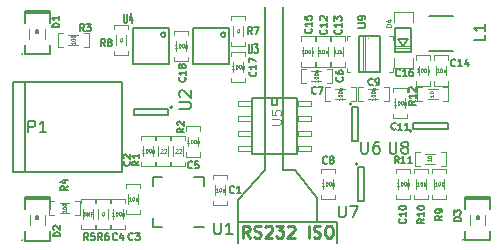
<source format=gbr>
G04 #@! TF.FileFunction,Legend,Top*
%FSLAX46Y46*%
G04 Gerber Fmt 4.6, Leading zero omitted, Abs format (unit mm)*
G04 Created by KiCad (PCBNEW 0.201512231246+6403~40~ubuntu14.04.1-stable) date Mo 22 Feb 2016 17:08:34 CET*
%MOMM*%
G01*
G04 APERTURE LIST*
%ADD10C,0.100000*%
%ADD11C,0.200000*%
%ADD12C,0.250000*%
%ADD13C,0.152400*%
%ADD14C,0.203200*%
%ADD15C,0.099060*%
%ADD16C,0.050800*%
%ADD17C,0.150000*%
%ADD18C,0.066040*%
%ADD19C,0.050000*%
%ADD20C,0.127000*%
%ADD21C,0.140000*%
%ADD22C,0.160000*%
%ADD23C,0.149860*%
%ADD24C,0.130000*%
%ADD25C,0.074930*%
%ADD26C,0.088900*%
G04 APERTURE END LIST*
D10*
D11*
X170000000Y-91100000D02*
X170000000Y-93100000D01*
X168100000Y-88700000D02*
X170000000Y-91100000D01*
X167800000Y-88700000D02*
X168100000Y-88700000D01*
X167200000Y-88700000D02*
X167800000Y-88700000D01*
X163300000Y-91300000D02*
X163300000Y-93700000D01*
X163400000Y-91200000D02*
X163300000Y-91300000D01*
X165500000Y-88800000D02*
X163400000Y-91200000D01*
X171700000Y-93100000D02*
X171700000Y-94900000D01*
X163300000Y-93100000D02*
X171700000Y-93100000D01*
X163300000Y-93100000D02*
X163300000Y-94900000D01*
D12*
X164285715Y-94452381D02*
X163952381Y-93976190D01*
X163714286Y-94452381D02*
X163714286Y-93452381D01*
X164095239Y-93452381D01*
X164190477Y-93500000D01*
X164238096Y-93547619D01*
X164285715Y-93642857D01*
X164285715Y-93785714D01*
X164238096Y-93880952D01*
X164190477Y-93928571D01*
X164095239Y-93976190D01*
X163714286Y-93976190D01*
X164666667Y-94404762D02*
X164809524Y-94452381D01*
X165047620Y-94452381D01*
X165142858Y-94404762D01*
X165190477Y-94357143D01*
X165238096Y-94261905D01*
X165238096Y-94166667D01*
X165190477Y-94071429D01*
X165142858Y-94023810D01*
X165047620Y-93976190D01*
X164857143Y-93928571D01*
X164761905Y-93880952D01*
X164714286Y-93833333D01*
X164666667Y-93738095D01*
X164666667Y-93642857D01*
X164714286Y-93547619D01*
X164761905Y-93500000D01*
X164857143Y-93452381D01*
X165095239Y-93452381D01*
X165238096Y-93500000D01*
X165619048Y-93547619D02*
X165666667Y-93500000D01*
X165761905Y-93452381D01*
X166000001Y-93452381D01*
X166095239Y-93500000D01*
X166142858Y-93547619D01*
X166190477Y-93642857D01*
X166190477Y-93738095D01*
X166142858Y-93880952D01*
X165571429Y-94452381D01*
X166190477Y-94452381D01*
X166523810Y-93452381D02*
X167142858Y-93452381D01*
X166809524Y-93833333D01*
X166952382Y-93833333D01*
X167047620Y-93880952D01*
X167095239Y-93928571D01*
X167142858Y-94023810D01*
X167142858Y-94261905D01*
X167095239Y-94357143D01*
X167047620Y-94404762D01*
X166952382Y-94452381D01*
X166666667Y-94452381D01*
X166571429Y-94404762D01*
X166523810Y-94357143D01*
X167523810Y-93547619D02*
X167571429Y-93500000D01*
X167666667Y-93452381D01*
X167904763Y-93452381D01*
X168000001Y-93500000D01*
X168047620Y-93547619D01*
X168095239Y-93642857D01*
X168095239Y-93738095D01*
X168047620Y-93880952D01*
X167476191Y-94452381D01*
X168095239Y-94452381D01*
X169285715Y-94452381D02*
X169285715Y-93452381D01*
X169714286Y-94404762D02*
X169857143Y-94452381D01*
X170095239Y-94452381D01*
X170190477Y-94404762D01*
X170238096Y-94357143D01*
X170285715Y-94261905D01*
X170285715Y-94166667D01*
X170238096Y-94071429D01*
X170190477Y-94023810D01*
X170095239Y-93976190D01*
X169904762Y-93928571D01*
X169809524Y-93880952D01*
X169761905Y-93833333D01*
X169714286Y-93738095D01*
X169714286Y-93642857D01*
X169761905Y-93547619D01*
X169809524Y-93500000D01*
X169904762Y-93452381D01*
X170142858Y-93452381D01*
X170285715Y-93500000D01*
X170904762Y-93452381D02*
X171095239Y-93452381D01*
X171190477Y-93500000D01*
X171285715Y-93595238D01*
X171333334Y-93785714D01*
X171333334Y-94119048D01*
X171285715Y-94309524D01*
X171190477Y-94404762D01*
X171095239Y-94452381D01*
X170904762Y-94452381D01*
X170809524Y-94404762D01*
X170714286Y-94309524D01*
X170666667Y-94119048D01*
X170666667Y-93785714D01*
X170714286Y-93595238D01*
X170809524Y-93500000D01*
X170904762Y-93452381D01*
D11*
X167132000Y-74930000D02*
X167100000Y-88700000D01*
X165600000Y-88700000D02*
X165608000Y-74930000D01*
D13*
X157172805Y-77279500D02*
G75*
G03X157172805Y-77279500I-200805J0D01*
G01*
D14*
X155956000Y-79781400D02*
X157505400Y-79781400D01*
X157505400Y-79781400D02*
X157505400Y-76682600D01*
X157505400Y-76682600D02*
X154406600Y-76682600D01*
X154406600Y-76682600D02*
X154406600Y-79781400D01*
X154406600Y-79781400D02*
X155956000Y-79781400D01*
D15*
X180878480Y-87200560D02*
X180477160Y-87200560D01*
X180878480Y-88399440D02*
X180477160Y-88399440D01*
X178277520Y-87200560D02*
X178678840Y-87200560D01*
D16*
X179976780Y-87400280D02*
X179179220Y-87400280D01*
X179976780Y-88199720D02*
X179179220Y-88199720D01*
D15*
X178277520Y-88399440D02*
X178277520Y-87200560D01*
X178277520Y-88399440D02*
X178678840Y-88399440D01*
X180878480Y-88399440D02*
X180878480Y-87200560D01*
X162397440Y-91724480D02*
X162397440Y-91323160D01*
X161198560Y-91724480D02*
X161198560Y-91323160D01*
X162397440Y-89123520D02*
X162397440Y-89524840D01*
D16*
X162197720Y-90822780D02*
X162197720Y-90025220D01*
X161398280Y-90822780D02*
X161398280Y-90025220D01*
D15*
X161198560Y-89123520D02*
X162397440Y-89123520D01*
X161198560Y-89123520D02*
X161198560Y-89524840D01*
X161198560Y-91724480D02*
X162397440Y-91724480D01*
X156301440Y-88422480D02*
X156301440Y-88021160D01*
X155102560Y-88422480D02*
X155102560Y-88021160D01*
X156301440Y-85821520D02*
X156301440Y-86222840D01*
D16*
X156101720Y-87520780D02*
X156101720Y-86723220D01*
X155302280Y-87520780D02*
X155302280Y-86723220D01*
D15*
X155102560Y-85821520D02*
X156301440Y-85821520D01*
X155102560Y-85821520D02*
X155102560Y-86222840D01*
X155102560Y-88422480D02*
X156301440Y-88422480D01*
X153832560Y-89885520D02*
X153832560Y-90286840D01*
X155031440Y-89885520D02*
X155031440Y-90286840D01*
X153832560Y-92486480D02*
X153832560Y-92085160D01*
D16*
X154032280Y-90787220D02*
X154032280Y-91584780D01*
X154831720Y-90787220D02*
X154831720Y-91584780D01*
D15*
X155031440Y-92486480D02*
X153832560Y-92486480D01*
X155031440Y-92486480D02*
X155031440Y-92085160D01*
X155031440Y-89885520D02*
X153832560Y-89885520D01*
X152562560Y-91155520D02*
X152562560Y-91556840D01*
X153761440Y-91155520D02*
X153761440Y-91556840D01*
X152562560Y-93756480D02*
X152562560Y-93355160D01*
D16*
X152762280Y-92057220D02*
X152762280Y-92854780D01*
X153561720Y-92057220D02*
X153561720Y-92854780D01*
D15*
X153761440Y-93756480D02*
X152562560Y-93756480D01*
X153761440Y-93756480D02*
X153761440Y-93355160D01*
X153761440Y-91155520D02*
X152562560Y-91155520D01*
X160111440Y-87632540D02*
X160111440Y-87231220D01*
X158912560Y-87632540D02*
X158912560Y-87231220D01*
X160111440Y-85031580D02*
X160111440Y-85432900D01*
D16*
X159911720Y-86730840D02*
X159911720Y-85933280D01*
X159112280Y-86730840D02*
X159112280Y-85933280D01*
D15*
X158912560Y-85031580D02*
X160111440Y-85031580D01*
X158912560Y-85031580D02*
X158912560Y-85432900D01*
X158912560Y-87632540D02*
X160111440Y-87632540D01*
X171226480Y-80172560D02*
X170825160Y-80172560D01*
X171226480Y-81371440D02*
X170825160Y-81371440D01*
X168625520Y-80172560D02*
X169026840Y-80172560D01*
D16*
X170324780Y-80372280D02*
X169527220Y-80372280D01*
X170324780Y-81171720D02*
X169527220Y-81171720D01*
D15*
X168625520Y-81371440D02*
X168625520Y-80172560D01*
X168625520Y-81371440D02*
X169026840Y-81371440D01*
X171226480Y-81371440D02*
X171226480Y-80172560D01*
X170657520Y-82895440D02*
X171058840Y-82895440D01*
X170657520Y-81696560D02*
X171058840Y-81696560D01*
X173258480Y-82895440D02*
X172857160Y-82895440D01*
D16*
X171559220Y-82695720D02*
X172356780Y-82695720D01*
X171559220Y-81896280D02*
X172356780Y-81896280D01*
D15*
X173258480Y-81696560D02*
X173258480Y-82895440D01*
X173258480Y-81696560D02*
X172857160Y-81696560D01*
X170657520Y-81696560D02*
X170657520Y-82895440D01*
X170342560Y-88615520D02*
X170342560Y-89016840D01*
X171541440Y-88615520D02*
X171541440Y-89016840D01*
X170342560Y-91216480D02*
X170342560Y-90815160D01*
D16*
X170542280Y-89517220D02*
X170542280Y-90314780D01*
X171341720Y-89517220D02*
X171341720Y-90314780D01*
D15*
X171541440Y-91216480D02*
X170342560Y-91216480D01*
X171541440Y-91216480D02*
X171541440Y-90815160D01*
X171541440Y-88615520D02*
X170342560Y-88615520D01*
X173451520Y-82895440D02*
X173852840Y-82895440D01*
X173451520Y-81696560D02*
X173852840Y-81696560D01*
X176052480Y-82895440D02*
X175651160Y-82895440D01*
D16*
X174353220Y-82695720D02*
X175150780Y-82695720D01*
X174353220Y-81896280D02*
X175150780Y-81896280D01*
D15*
X176052480Y-81696560D02*
X176052480Y-82895440D01*
X176052480Y-81696560D02*
X175651160Y-81696560D01*
X173451520Y-81696560D02*
X173451520Y-82895440D01*
X176692560Y-88615520D02*
X176692560Y-89016840D01*
X177891440Y-88615520D02*
X177891440Y-89016840D01*
X176692560Y-91216480D02*
X176692560Y-90815160D01*
D16*
X176892280Y-89517220D02*
X176892280Y-90314780D01*
X177691720Y-89517220D02*
X177691720Y-90314780D01*
D15*
X177891440Y-91216480D02*
X176692560Y-91216480D01*
X177891440Y-91216480D02*
X177891440Y-90815160D01*
X177891440Y-88615520D02*
X176692560Y-88615520D01*
X177637440Y-84358480D02*
X177637440Y-83957160D01*
X176438560Y-84358480D02*
X176438560Y-83957160D01*
X177637440Y-81757520D02*
X177637440Y-82158840D01*
D16*
X177437720Y-83456780D02*
X177437720Y-82659220D01*
X176638280Y-83456780D02*
X176638280Y-82659220D01*
D15*
X176438560Y-81757520D02*
X177637440Y-81757520D01*
X176438560Y-81757520D02*
X176438560Y-82158840D01*
X176438560Y-84358480D02*
X177637440Y-84358480D01*
X169900560Y-77399520D02*
X169900560Y-77800840D01*
X171099440Y-77399520D02*
X171099440Y-77800840D01*
X169900560Y-80000480D02*
X169900560Y-79599160D01*
D16*
X170100280Y-78301220D02*
X170100280Y-79098780D01*
X170899720Y-78301220D02*
X170899720Y-79098780D01*
D15*
X171099440Y-80000480D02*
X169900560Y-80000480D01*
X171099440Y-80000480D02*
X171099440Y-79599160D01*
X171099440Y-77399520D02*
X169900560Y-77399520D01*
X171200560Y-77409580D02*
X171200560Y-77810900D01*
X172399440Y-77409580D02*
X172399440Y-77810900D01*
X171200560Y-80010540D02*
X171200560Y-79609220D01*
D16*
X171400280Y-78311280D02*
X171400280Y-79108840D01*
X172199720Y-78311280D02*
X172199720Y-79108840D01*
D15*
X172399440Y-80010540D02*
X171200560Y-80010540D01*
X172399440Y-80010540D02*
X172399440Y-79609220D01*
X172399440Y-77409580D02*
X171200560Y-77409580D01*
X181099440Y-81590420D02*
X181099440Y-81189100D01*
X179900560Y-81590420D02*
X179900560Y-81189100D01*
X181099440Y-78989460D02*
X181099440Y-79390780D01*
D16*
X180899720Y-80688720D02*
X180899720Y-79891160D01*
X180100280Y-80688720D02*
X180100280Y-79891160D01*
D15*
X179900560Y-78989460D02*
X181099440Y-78989460D01*
X179900560Y-78989460D02*
X179900560Y-79390780D01*
X179900560Y-81590420D02*
X181099440Y-81590420D01*
X168600560Y-77399520D02*
X168600560Y-77800840D01*
X169799440Y-77399520D02*
X169799440Y-77800840D01*
X168600560Y-80000480D02*
X168600560Y-79599160D01*
D16*
X168800280Y-78301220D02*
X168800280Y-79098780D01*
X169599720Y-78301220D02*
X169599720Y-79098780D01*
D15*
X169799440Y-80000480D02*
X168600560Y-80000480D01*
X169799440Y-80000480D02*
X169799440Y-79599160D01*
X169799440Y-77399520D02*
X168600560Y-77399520D01*
X179599440Y-81600480D02*
X179599440Y-81199160D01*
X178400560Y-81600480D02*
X178400560Y-81199160D01*
X179599440Y-78999520D02*
X179599440Y-79400840D01*
D16*
X179399720Y-80698780D02*
X179399720Y-79901220D01*
X178600280Y-80698780D02*
X178600280Y-79901220D01*
D15*
X178400560Y-78999520D02*
X179599440Y-78999520D01*
X178400560Y-78999520D02*
X178400560Y-79400840D01*
X178400560Y-81600480D02*
X179599440Y-81600480D01*
D17*
X179500000Y-75725000D02*
X181500000Y-75725000D01*
X181500000Y-78675000D02*
X179500000Y-78675000D01*
X145244820Y-81239360D02*
X145244820Y-88940640D01*
X144244060Y-81239360D02*
X144244060Y-88940640D01*
X144244060Y-88940640D02*
X153443940Y-88940640D01*
X153443940Y-88940640D02*
X153443940Y-81239360D01*
X153443940Y-81239360D02*
X144244060Y-81239360D01*
D15*
X157571440Y-88422480D02*
X157571440Y-88021160D01*
X156372560Y-88422480D02*
X156372560Y-88021160D01*
X157571440Y-85821520D02*
X157571440Y-86222840D01*
D16*
X157371720Y-87520780D02*
X157371720Y-86723220D01*
X156572280Y-87520780D02*
X156572280Y-86723220D01*
D15*
X156372560Y-85821520D02*
X157571440Y-85821520D01*
X156372560Y-85821520D02*
X156372560Y-86222840D01*
X156372560Y-88422480D02*
X157571440Y-88422480D01*
X158841440Y-88422480D02*
X158841440Y-88021160D01*
X157642560Y-88422480D02*
X157642560Y-88021160D01*
X158841440Y-85821520D02*
X158841440Y-86222840D01*
D16*
X158641720Y-87520780D02*
X158641720Y-86723220D01*
X157842280Y-87520780D02*
X157842280Y-86723220D01*
D15*
X157642560Y-85821520D02*
X158841440Y-85821520D01*
X157642560Y-85821520D02*
X157642560Y-86222840D01*
X157642560Y-88422480D02*
X158841440Y-88422480D01*
X148051520Y-78323440D02*
X148452840Y-78323440D01*
X148051520Y-77124560D02*
X148452840Y-77124560D01*
X150652480Y-78323440D02*
X150251160Y-78323440D01*
D16*
X148953220Y-78123720D02*
X149750780Y-78123720D01*
X148953220Y-77324280D02*
X149750780Y-77324280D01*
D15*
X150652480Y-77124560D02*
X150652480Y-78323440D01*
X150652480Y-77124560D02*
X150251160Y-77124560D01*
X148051520Y-77124560D02*
X148051520Y-78323440D01*
X147299520Y-92547440D02*
X147700840Y-92547440D01*
X147299520Y-91348560D02*
X147700840Y-91348560D01*
X149900480Y-92547440D02*
X149499160Y-92547440D01*
D16*
X148201220Y-92347720D02*
X148998780Y-92347720D01*
X148201220Y-91548280D02*
X148998780Y-91548280D01*
D15*
X149900480Y-91348560D02*
X149900480Y-92547440D01*
X149900480Y-91348560D02*
X149499160Y-91348560D01*
X147299520Y-91348560D02*
X147299520Y-92547440D01*
X150022560Y-91155520D02*
X150022560Y-91556840D01*
X151221440Y-91155520D02*
X151221440Y-91556840D01*
X150022560Y-93756480D02*
X150022560Y-93355160D01*
D16*
X150222280Y-92057220D02*
X150222280Y-92854780D01*
X151021720Y-92057220D02*
X151021720Y-92854780D01*
D15*
X151221440Y-93756480D02*
X150022560Y-93756480D01*
X151221440Y-93756480D02*
X151221440Y-93355160D01*
X151221440Y-91155520D02*
X150022560Y-91155520D01*
X151292560Y-91155520D02*
X151292560Y-91556840D01*
X152491440Y-91155520D02*
X152491440Y-91556840D01*
X151292560Y-93756480D02*
X151292560Y-93355160D01*
D16*
X151492280Y-92057220D02*
X151492280Y-92854780D01*
X152291720Y-92057220D02*
X152291720Y-92854780D01*
D15*
X152491440Y-93756480D02*
X151292560Y-93756480D01*
X152491440Y-93756480D02*
X152491440Y-93355160D01*
X152491440Y-91155520D02*
X151292560Y-91155520D01*
X162722560Y-75661520D02*
X162722560Y-76062840D01*
X163921440Y-75661520D02*
X163921440Y-76062840D01*
X162722560Y-78262480D02*
X162722560Y-77861160D01*
D16*
X162922280Y-76563220D02*
X162922280Y-77360780D01*
X163721720Y-76563220D02*
X163721720Y-77360780D01*
D15*
X163921440Y-78262480D02*
X162722560Y-78262480D01*
X163921440Y-78262480D02*
X163921440Y-77861160D01*
X163921440Y-75661520D02*
X162722560Y-75661520D01*
X154015440Y-79024480D02*
X154015440Y-78623160D01*
X152816560Y-79024480D02*
X152816560Y-78623160D01*
X154015440Y-76423520D02*
X154015440Y-76824840D01*
D16*
X153815720Y-78122780D02*
X153815720Y-77325220D01*
X153016280Y-78122780D02*
X153016280Y-77325220D01*
D15*
X152816560Y-76423520D02*
X154015440Y-76423520D01*
X152816560Y-76423520D02*
X152816560Y-76824840D01*
X152816560Y-79024480D02*
X154015440Y-79024480D01*
X180939440Y-91216480D02*
X180939440Y-90815160D01*
X179740560Y-91216480D02*
X179740560Y-90815160D01*
X180939440Y-88615520D02*
X180939440Y-89016840D01*
D16*
X180739720Y-90314780D02*
X180739720Y-89517220D01*
X179940280Y-90314780D02*
X179940280Y-89517220D01*
D15*
X179740560Y-88615520D02*
X180939440Y-88615520D01*
X179740560Y-88615520D02*
X179740560Y-89016840D01*
X179740560Y-91216480D02*
X180939440Y-91216480D01*
X178216560Y-88615520D02*
X178216560Y-89016840D01*
X179415440Y-88615520D02*
X179415440Y-89016840D01*
X178216560Y-91216480D02*
X178216560Y-90815160D01*
D16*
X178416280Y-89517220D02*
X178416280Y-90314780D01*
X179215720Y-89517220D02*
X179215720Y-90314780D01*
D15*
X179415440Y-91216480D02*
X178216560Y-91216480D01*
X179415440Y-91216480D02*
X179415440Y-90815160D01*
X179415440Y-88615520D02*
X178216560Y-88615520D01*
D13*
X162252805Y-77279500D02*
G75*
G03X162252805Y-77279500I-200805J0D01*
G01*
D14*
X161036000Y-79781400D02*
X162585400Y-79781400D01*
X162585400Y-79781400D02*
X162585400Y-76682600D01*
X162585400Y-76682600D02*
X159486600Y-76682600D01*
X159486600Y-76682600D02*
X159486600Y-79781400D01*
X159486600Y-79781400D02*
X161036000Y-79781400D01*
D10*
X176492000Y-75324000D02*
X178092000Y-75324000D01*
X178092000Y-75324000D02*
X178092000Y-76224000D01*
X176492000Y-75324000D02*
X176492000Y-76224000D01*
X176492000Y-80124000D02*
X176492000Y-79224000D01*
X176492000Y-80124000D02*
X178092000Y-80124000D01*
X178092000Y-80124000D02*
X178092000Y-79224000D01*
D18*
X177990500Y-78422500D02*
X177990500Y-78221840D01*
X177990500Y-78221840D02*
X176593500Y-78221840D01*
X176593500Y-78422500D02*
X176593500Y-78221840D01*
X177990500Y-78422500D02*
X176593500Y-78422500D01*
D13*
X176593500Y-78722220D02*
X176593500Y-76725780D01*
X176593500Y-76725780D02*
X177990500Y-76725780D01*
X177990500Y-76725780D02*
X177990500Y-78722220D01*
X177990500Y-78722220D02*
X176593500Y-78722220D01*
X177292000Y-78221840D02*
X176893220Y-77624940D01*
X176893220Y-77624940D02*
X177690780Y-77624940D01*
X177690780Y-77624940D02*
X177292000Y-78221840D01*
D17*
X156092000Y-93590000D02*
X156092000Y-92815000D01*
X160392000Y-89290000D02*
X160392000Y-90065000D01*
X156092000Y-89290000D02*
X156092000Y-90065000D01*
X160392000Y-93590000D02*
X159617000Y-93590000D01*
X160392000Y-89290000D02*
X159617000Y-89290000D01*
X156092000Y-89290000D02*
X156867000Y-89290000D01*
X156092000Y-93590000D02*
X156867000Y-93590000D01*
X157756000Y-83420000D02*
G75*
G03X157756000Y-83420000I-100000J0D01*
G01*
X157406000Y-84070000D02*
X157406000Y-83570000D01*
X154506000Y-84070000D02*
X157406000Y-84070000D01*
X154506000Y-83570000D02*
X154506000Y-84070000D01*
X157406000Y-83570000D02*
X154506000Y-83570000D01*
X173436000Y-88216000D02*
G75*
G03X173436000Y-88216000I-100000J0D01*
G01*
X173986000Y-88466000D02*
X173486000Y-88466000D01*
X173986000Y-91366000D02*
X173986000Y-88466000D01*
X173486000Y-91366000D02*
X173986000Y-91366000D01*
X173486000Y-88466000D02*
X173486000Y-91366000D01*
X178000000Y-85400000D02*
G75*
G03X178000000Y-85400000I-100000J0D01*
G01*
X178150000Y-84750000D02*
X178150000Y-85250000D01*
X181050000Y-84750000D02*
X178150000Y-84750000D01*
X181050000Y-85250000D02*
X181050000Y-84750000D01*
X178150000Y-85250000D02*
X181050000Y-85250000D01*
D10*
X176420000Y-77397500D02*
X176120000Y-77397500D01*
X176420000Y-77397500D02*
X176420000Y-77697500D01*
X176420000Y-80397500D02*
X176420000Y-80097500D01*
X176420000Y-80397500D02*
X176120000Y-80397500D01*
X172520000Y-80397500D02*
X172820000Y-80397500D01*
X172520000Y-80397500D02*
X172520000Y-80097500D01*
X172520000Y-77397500D02*
X172520000Y-77697500D01*
X172520000Y-77397500D02*
X172820000Y-77397500D01*
X174070000Y-77397500D02*
X174070000Y-80397500D01*
X173720000Y-77097500D02*
G75*
G03X173720000Y-77097500I-50000J0D01*
G01*
X174320000Y-77597500D02*
G75*
G03X174320000Y-77597500I-50000J0D01*
G01*
D19*
X173920000Y-77397500D02*
X173920000Y-80397500D01*
D20*
X175359000Y-80421500D02*
X173581000Y-80421500D01*
X173581000Y-80421500D02*
X173581000Y-77373500D01*
X173581000Y-77373500D02*
X175359000Y-77373500D01*
X175359000Y-77373500D02*
X175359000Y-80421500D01*
D17*
X172928000Y-83136000D02*
G75*
G03X172928000Y-83136000I-100000J0D01*
G01*
X173478000Y-83386000D02*
X172978000Y-83386000D01*
X173478000Y-86286000D02*
X173478000Y-83386000D01*
X172978000Y-86286000D02*
X173478000Y-86286000D01*
X172978000Y-83386000D02*
X172978000Y-86286000D01*
D15*
X162722560Y-78709520D02*
X162722560Y-79110840D01*
X163921440Y-78709520D02*
X163921440Y-79110840D01*
X162722560Y-81310480D02*
X162722560Y-80909160D01*
D16*
X162922280Y-79611220D02*
X162922280Y-80408780D01*
X163721720Y-79611220D02*
X163721720Y-80408780D01*
D15*
X163921440Y-81310480D02*
X162722560Y-81310480D01*
X163921440Y-81310480D02*
X163921440Y-80909160D01*
X163921440Y-78709520D02*
X162722560Y-78709520D01*
X157896560Y-76931520D02*
X157896560Y-77332840D01*
X159095440Y-76931520D02*
X159095440Y-77332840D01*
X157896560Y-79532480D02*
X157896560Y-79131160D01*
D16*
X158096280Y-77833220D02*
X158096280Y-78630780D01*
X158895720Y-77833220D02*
X158895720Y-78630780D01*
D15*
X159095440Y-79532480D02*
X157896560Y-79532480D01*
X159095440Y-79532480D02*
X159095440Y-79131160D01*
X159095440Y-76931520D02*
X157896560Y-76931520D01*
D21*
X145050000Y-78900000D02*
G75*
G03X145050000Y-78900000I-50000J0D01*
G01*
D22*
X146200000Y-77100000D02*
X146400000Y-77100000D01*
X146400000Y-77100000D02*
X146400000Y-77000000D01*
X146400000Y-77000000D02*
X146400000Y-76900000D01*
X146400000Y-76900000D02*
X146200000Y-76900000D01*
X146200000Y-76900000D02*
X146200000Y-77100000D01*
X146200000Y-77100000D02*
X146300000Y-77000000D01*
X145250000Y-75750000D02*
X145250000Y-75250000D01*
X147350000Y-75650000D02*
X147350000Y-75250000D01*
X145250000Y-75250000D02*
X147350000Y-75250000D01*
X145250000Y-75350000D02*
X147350000Y-75350000D01*
X147350000Y-76250000D02*
X147350000Y-75450000D01*
X145250000Y-76250000D02*
X145250000Y-75450000D01*
X145250000Y-75450000D02*
X147350000Y-75450000D01*
X147350000Y-78950000D02*
X147350000Y-78150000D01*
X145250000Y-78950000D02*
X147350000Y-78950000D01*
X145250000Y-78950000D02*
X145250000Y-78150000D01*
D10*
X145649760Y-76800000D02*
X145649760Y-77600000D01*
X146950240Y-76800000D02*
X146950240Y-77600000D01*
D21*
X145054000Y-94664000D02*
G75*
G03X145054000Y-94664000I-50000J0D01*
G01*
D22*
X146204000Y-92864000D02*
X146404000Y-92864000D01*
X146404000Y-92864000D02*
X146404000Y-92764000D01*
X146404000Y-92764000D02*
X146404000Y-92664000D01*
X146404000Y-92664000D02*
X146204000Y-92664000D01*
X146204000Y-92664000D02*
X146204000Y-92864000D01*
X146204000Y-92864000D02*
X146304000Y-92764000D01*
X145254000Y-91514000D02*
X145254000Y-91014000D01*
X147354000Y-91414000D02*
X147354000Y-91014000D01*
X145254000Y-91014000D02*
X147354000Y-91014000D01*
X145254000Y-91114000D02*
X147354000Y-91114000D01*
X147354000Y-92014000D02*
X147354000Y-91214000D01*
X145254000Y-92014000D02*
X145254000Y-91214000D01*
X145254000Y-91214000D02*
X147354000Y-91214000D01*
X147354000Y-94714000D02*
X147354000Y-93914000D01*
X145254000Y-94714000D02*
X147354000Y-94714000D01*
X145254000Y-94714000D02*
X145254000Y-93914000D01*
D10*
X145653760Y-92564000D02*
X145653760Y-93364000D01*
X146954240Y-92564000D02*
X146954240Y-93364000D01*
D21*
X182350000Y-94647500D02*
G75*
G03X182350000Y-94647500I-50000J0D01*
G01*
D22*
X183500000Y-92847500D02*
X183700000Y-92847500D01*
X183700000Y-92847500D02*
X183700000Y-92747500D01*
X183700000Y-92747500D02*
X183700000Y-92647500D01*
X183700000Y-92647500D02*
X183500000Y-92647500D01*
X183500000Y-92647500D02*
X183500000Y-92847500D01*
X183500000Y-92847500D02*
X183600000Y-92747500D01*
X182550000Y-91497500D02*
X182550000Y-90997500D01*
X184650000Y-91397500D02*
X184650000Y-90997500D01*
X182550000Y-90997500D02*
X184650000Y-90997500D01*
X182550000Y-91097500D02*
X184650000Y-91097500D01*
X184650000Y-91997500D02*
X184650000Y-91197500D01*
X182550000Y-91997500D02*
X182550000Y-91197500D01*
X182550000Y-91197500D02*
X184650000Y-91197500D01*
X184650000Y-94697500D02*
X184650000Y-93897500D01*
X182550000Y-94697500D02*
X184650000Y-94697500D01*
X182550000Y-94697500D02*
X182550000Y-93897500D01*
D10*
X182949760Y-92547500D02*
X182949760Y-93347500D01*
X184250240Y-92547500D02*
X184250240Y-93347500D01*
D15*
X181100480Y-81700560D02*
X180699160Y-81700560D01*
X181100480Y-82899440D02*
X180699160Y-82899440D01*
X178499520Y-81700560D02*
X178900840Y-81700560D01*
D16*
X180198780Y-81900280D02*
X179401220Y-81900280D01*
X180198780Y-82699720D02*
X179401220Y-82699720D01*
D15*
X178499520Y-82899440D02*
X178499520Y-81700560D01*
X178499520Y-82899440D02*
X178900840Y-82899440D01*
X181100480Y-82899440D02*
X181100480Y-81700560D01*
D23*
X166648920Y-82650500D02*
X166648920Y-83199140D01*
X166648920Y-83199140D02*
X166151080Y-83199140D01*
X166151080Y-83199140D02*
X166151080Y-82650500D01*
D18*
X163301200Y-82851160D02*
X163301200Y-83341380D01*
X163301200Y-83341380D02*
X164401020Y-83341380D01*
X164401020Y-82851160D02*
X164401020Y-83341380D01*
X163301200Y-82851160D02*
X164401020Y-82851160D01*
X163301200Y-84121160D02*
X163301200Y-84611380D01*
X163301200Y-84611380D02*
X164401020Y-84611380D01*
X164401020Y-84121160D02*
X164401020Y-84611380D01*
X163301200Y-84121160D02*
X164401020Y-84121160D01*
X163301200Y-85388620D02*
X163301200Y-85878840D01*
X163301200Y-85878840D02*
X164401020Y-85878840D01*
X164401020Y-85388620D02*
X164401020Y-85878840D01*
X163301200Y-85388620D02*
X164401020Y-85388620D01*
X163301200Y-86658620D02*
X163301200Y-87148840D01*
X163301200Y-87148840D02*
X164401020Y-87148840D01*
X164401020Y-86658620D02*
X164401020Y-87148840D01*
X163301200Y-86658620D02*
X164401020Y-86658620D01*
X168398980Y-86658620D02*
X168398980Y-87148840D01*
X168398980Y-87148840D02*
X169498800Y-87148840D01*
X169498800Y-86658620D02*
X169498800Y-87148840D01*
X168398980Y-86658620D02*
X169498800Y-86658620D01*
X168398980Y-85388620D02*
X168398980Y-85878840D01*
X168398980Y-85878840D02*
X169498800Y-85878840D01*
X169498800Y-85388620D02*
X169498800Y-85878840D01*
X168398980Y-85388620D02*
X169498800Y-85388620D01*
X168398980Y-84121160D02*
X168398980Y-84611380D01*
X168398980Y-84611380D02*
X169498800Y-84611380D01*
X169498800Y-84121160D02*
X169498800Y-84611380D01*
X168398980Y-84121160D02*
X169498800Y-84121160D01*
X168398980Y-82851160D02*
X168398980Y-83341380D01*
X168398980Y-83341380D02*
X169498800Y-83341380D01*
X169498800Y-82851160D02*
X169498800Y-83341380D01*
X168398980Y-82851160D02*
X169498800Y-82851160D01*
D14*
X168299920Y-87397760D02*
X165000460Y-87397760D01*
X165000460Y-87397760D02*
X164500080Y-87397760D01*
X164500080Y-87397760D02*
X164500080Y-82602240D01*
X164500080Y-82602240D02*
X165000460Y-82602240D01*
X165000460Y-82602240D02*
X168299920Y-82602240D01*
X168299920Y-82602240D02*
X168299920Y-87397760D01*
D20*
X153612952Y-75482714D02*
X153612952Y-76099571D01*
X153637143Y-76172143D01*
X153661333Y-76208429D01*
X153709714Y-76244714D01*
X153806476Y-76244714D01*
X153854857Y-76208429D01*
X153879048Y-76172143D01*
X153903238Y-76099571D01*
X153903238Y-75482714D01*
X154362857Y-75736714D02*
X154362857Y-76244714D01*
X154241904Y-75446429D02*
X154120952Y-75990714D01*
X154435428Y-75990714D01*
D24*
X176914646Y-88171175D02*
X176714833Y-87885728D01*
X176572109Y-88171175D02*
X176572109Y-87571735D01*
X176800467Y-87571735D01*
X176857556Y-87600280D01*
X176886101Y-87628825D01*
X176914646Y-87685914D01*
X176914646Y-87771549D01*
X176886101Y-87828638D01*
X176857556Y-87857183D01*
X176800467Y-87885728D01*
X176572109Y-87885728D01*
X177485541Y-88171175D02*
X177143004Y-88171175D01*
X177314273Y-88171175D02*
X177314273Y-87571735D01*
X177257183Y-87657370D01*
X177200094Y-87714459D01*
X177143004Y-87743004D01*
X178056436Y-88171175D02*
X177713899Y-88171175D01*
X177885168Y-88171175D02*
X177885168Y-87571735D01*
X177828078Y-87657370D01*
X177770989Y-87714459D01*
X177713899Y-87743004D01*
D25*
X179635588Y-87835090D02*
X179635588Y-88006358D01*
X179635588Y-87920724D02*
X179335868Y-87920724D01*
X179378685Y-87949269D01*
X179407230Y-87977814D01*
X179421502Y-88006358D01*
X179335868Y-87649549D02*
X179335868Y-87621004D01*
X179350140Y-87592459D01*
X179364412Y-87578187D01*
X179392957Y-87563914D01*
X179450047Y-87549642D01*
X179521409Y-87549642D01*
X179578498Y-87563914D01*
X179607043Y-87578187D01*
X179621315Y-87592459D01*
X179635588Y-87621004D01*
X179635588Y-87649549D01*
X179621315Y-87678093D01*
X179607043Y-87692366D01*
X179578498Y-87706638D01*
X179521409Y-87720910D01*
X179450047Y-87720910D01*
X179392957Y-87706638D01*
X179364412Y-87692366D01*
X179350140Y-87678093D01*
X179335868Y-87649549D01*
D24*
X162968094Y-90638086D02*
X162939549Y-90666630D01*
X162853915Y-90695175D01*
X162796825Y-90695175D01*
X162711191Y-90666630D01*
X162654102Y-90609541D01*
X162625557Y-90552451D01*
X162597012Y-90438272D01*
X162597012Y-90352638D01*
X162625557Y-90238459D01*
X162654102Y-90181370D01*
X162711191Y-90124280D01*
X162796825Y-90095735D01*
X162853915Y-90095735D01*
X162939549Y-90124280D01*
X162968094Y-90152825D01*
X163538989Y-90695175D02*
X163196452Y-90695175D01*
X163367721Y-90695175D02*
X163367721Y-90095735D01*
X163310631Y-90181370D01*
X163253542Y-90238459D01*
X163196452Y-90267004D01*
D25*
X161605323Y-90559588D02*
X161434055Y-90559588D01*
X161519689Y-90559588D02*
X161519689Y-90259868D01*
X161491144Y-90302685D01*
X161462599Y-90331230D01*
X161434055Y-90345502D01*
X161790864Y-90259868D02*
X161819409Y-90259868D01*
X161847954Y-90274140D01*
X161862226Y-90288412D01*
X161876499Y-90316957D01*
X161890771Y-90374047D01*
X161890771Y-90445409D01*
X161876499Y-90502498D01*
X161862226Y-90531043D01*
X161847954Y-90545315D01*
X161819409Y-90559588D01*
X161790864Y-90559588D01*
X161762320Y-90545315D01*
X161748047Y-90531043D01*
X161733775Y-90502498D01*
X161719503Y-90445409D01*
X161719503Y-90374047D01*
X161733775Y-90316957D01*
X161748047Y-90288412D01*
X161762320Y-90274140D01*
X161790864Y-90259868D01*
X162147674Y-90359774D02*
X162147674Y-90559588D01*
X162019223Y-90359774D02*
X162019223Y-90516770D01*
X162033495Y-90545315D01*
X162062040Y-90559588D01*
X162104857Y-90559588D01*
X162133402Y-90545315D01*
X162147674Y-90531043D01*
D24*
X154138086Y-87983906D02*
X154166630Y-88012451D01*
X154195175Y-88098085D01*
X154195175Y-88155175D01*
X154166630Y-88240809D01*
X154109541Y-88297898D01*
X154052451Y-88326443D01*
X153938272Y-88354988D01*
X153852638Y-88354988D01*
X153738459Y-88326443D01*
X153681370Y-88297898D01*
X153624280Y-88240809D01*
X153595735Y-88155175D01*
X153595735Y-88098085D01*
X153624280Y-88012451D01*
X153652825Y-87983906D01*
X153652825Y-87755548D02*
X153624280Y-87727003D01*
X153595735Y-87669914D01*
X153595735Y-87527190D01*
X153624280Y-87470100D01*
X153652825Y-87441556D01*
X153709914Y-87413011D01*
X153767004Y-87413011D01*
X153852638Y-87441556D01*
X154195175Y-87784093D01*
X154195175Y-87413011D01*
D25*
X155366599Y-87257588D02*
X155195331Y-87257588D01*
X155280965Y-87257588D02*
X155280965Y-86957868D01*
X155252420Y-87000685D01*
X155223875Y-87029230D01*
X155195331Y-87043502D01*
X155552140Y-86957868D02*
X155580685Y-86957868D01*
X155609230Y-86972140D01*
X155623502Y-86986412D01*
X155637775Y-87014957D01*
X155652047Y-87072047D01*
X155652047Y-87143409D01*
X155637775Y-87200498D01*
X155623502Y-87229043D01*
X155609230Y-87243315D01*
X155580685Y-87257588D01*
X155552140Y-87257588D01*
X155523596Y-87243315D01*
X155509323Y-87229043D01*
X155495051Y-87200498D01*
X155480779Y-87143409D01*
X155480779Y-87072047D01*
X155495051Y-87014957D01*
X155509323Y-86986412D01*
X155523596Y-86972140D01*
X155552140Y-86957868D01*
X155837588Y-86957868D02*
X155866133Y-86957868D01*
X155894678Y-86972140D01*
X155908950Y-86986412D01*
X155923223Y-87014957D01*
X155937495Y-87072047D01*
X155937495Y-87143409D01*
X155923223Y-87200498D01*
X155908950Y-87229043D01*
X155894678Y-87243315D01*
X155866133Y-87257588D01*
X155837588Y-87257588D01*
X155809044Y-87243315D01*
X155794771Y-87229043D01*
X155780499Y-87200498D01*
X155766227Y-87143409D01*
X155766227Y-87072047D01*
X155780499Y-87014957D01*
X155794771Y-86986412D01*
X155809044Y-86972140D01*
X155837588Y-86957868D01*
X156065947Y-87057774D02*
X156065947Y-87257588D01*
X156065947Y-87086319D02*
X156080219Y-87072047D01*
X156108764Y-87057774D01*
X156151581Y-87057774D01*
X156180126Y-87072047D01*
X156194398Y-87100591D01*
X156194398Y-87257588D01*
D24*
X154400094Y-94614086D02*
X154371549Y-94642630D01*
X154285915Y-94671175D01*
X154228825Y-94671175D01*
X154143191Y-94642630D01*
X154086102Y-94585541D01*
X154057557Y-94528451D01*
X154029012Y-94414272D01*
X154029012Y-94328638D01*
X154057557Y-94214459D01*
X154086102Y-94157370D01*
X154143191Y-94100280D01*
X154228825Y-94071735D01*
X154285915Y-94071735D01*
X154371549Y-94100280D01*
X154400094Y-94128825D01*
X154599907Y-94071735D02*
X154970989Y-94071735D01*
X154771176Y-94300093D01*
X154856810Y-94300093D01*
X154913900Y-94328638D01*
X154942444Y-94357183D01*
X154970989Y-94414272D01*
X154970989Y-94556996D01*
X154942444Y-94614086D01*
X154913900Y-94642630D01*
X154856810Y-94671175D01*
X154685542Y-94671175D01*
X154628452Y-94642630D01*
X154599907Y-94614086D01*
D25*
X154239323Y-91321588D02*
X154068055Y-91321588D01*
X154153689Y-91321588D02*
X154153689Y-91021868D01*
X154125144Y-91064685D01*
X154096599Y-91093230D01*
X154068055Y-91107502D01*
X154424864Y-91021868D02*
X154453409Y-91021868D01*
X154481954Y-91036140D01*
X154496226Y-91050412D01*
X154510499Y-91078957D01*
X154524771Y-91136047D01*
X154524771Y-91207409D01*
X154510499Y-91264498D01*
X154496226Y-91293043D01*
X154481954Y-91307315D01*
X154453409Y-91321588D01*
X154424864Y-91321588D01*
X154396320Y-91307315D01*
X154382047Y-91293043D01*
X154367775Y-91264498D01*
X154353503Y-91207409D01*
X154353503Y-91136047D01*
X154367775Y-91078957D01*
X154382047Y-91050412D01*
X154396320Y-91036140D01*
X154424864Y-91021868D01*
X154781674Y-91121774D02*
X154781674Y-91321588D01*
X154653223Y-91121774D02*
X154653223Y-91278770D01*
X154667495Y-91307315D01*
X154696040Y-91321588D01*
X154738857Y-91321588D01*
X154767402Y-91307315D01*
X154781674Y-91293043D01*
D24*
X153062094Y-94614086D02*
X153033549Y-94642630D01*
X152947915Y-94671175D01*
X152890825Y-94671175D01*
X152805191Y-94642630D01*
X152748102Y-94585541D01*
X152719557Y-94528451D01*
X152691012Y-94414272D01*
X152691012Y-94328638D01*
X152719557Y-94214459D01*
X152748102Y-94157370D01*
X152805191Y-94100280D01*
X152890825Y-94071735D01*
X152947915Y-94071735D01*
X153033549Y-94100280D01*
X153062094Y-94128825D01*
X153575900Y-94271549D02*
X153575900Y-94671175D01*
X153433176Y-94043190D02*
X153290452Y-94471362D01*
X153661534Y-94471362D01*
D25*
X152826599Y-92591588D02*
X152655331Y-92591588D01*
X152740965Y-92591588D02*
X152740965Y-92291868D01*
X152712420Y-92334685D01*
X152683875Y-92363230D01*
X152655331Y-92377502D01*
X153012140Y-92291868D02*
X153040685Y-92291868D01*
X153069230Y-92306140D01*
X153083502Y-92320412D01*
X153097775Y-92348957D01*
X153112047Y-92406047D01*
X153112047Y-92477409D01*
X153097775Y-92534498D01*
X153083502Y-92563043D01*
X153069230Y-92577315D01*
X153040685Y-92591588D01*
X153012140Y-92591588D01*
X152983596Y-92577315D01*
X152969323Y-92563043D01*
X152955051Y-92534498D01*
X152940779Y-92477409D01*
X152940779Y-92406047D01*
X152955051Y-92348957D01*
X152969323Y-92320412D01*
X152983596Y-92306140D01*
X153012140Y-92291868D01*
X153297588Y-92291868D02*
X153326133Y-92291868D01*
X153354678Y-92306140D01*
X153368950Y-92320412D01*
X153383223Y-92348957D01*
X153397495Y-92406047D01*
X153397495Y-92477409D01*
X153383223Y-92534498D01*
X153368950Y-92563043D01*
X153354678Y-92577315D01*
X153326133Y-92591588D01*
X153297588Y-92591588D01*
X153269044Y-92577315D01*
X153254771Y-92563043D01*
X153240499Y-92534498D01*
X153226227Y-92477409D01*
X153226227Y-92406047D01*
X153240499Y-92348957D01*
X153254771Y-92320412D01*
X153269044Y-92306140D01*
X153297588Y-92291868D01*
X153525947Y-92391774D02*
X153525947Y-92591588D01*
X153525947Y-92420319D02*
X153540219Y-92406047D01*
X153568764Y-92391774D01*
X153611581Y-92391774D01*
X153640126Y-92406047D01*
X153654398Y-92434591D01*
X153654398Y-92591588D01*
D24*
X159412094Y-88546146D02*
X159383549Y-88574690D01*
X159297915Y-88603235D01*
X159240825Y-88603235D01*
X159155191Y-88574690D01*
X159098102Y-88517601D01*
X159069557Y-88460511D01*
X159041012Y-88346332D01*
X159041012Y-88260698D01*
X159069557Y-88146519D01*
X159098102Y-88089430D01*
X159155191Y-88032340D01*
X159240825Y-88003795D01*
X159297915Y-88003795D01*
X159383549Y-88032340D01*
X159412094Y-88060885D01*
X159954444Y-88003795D02*
X159668997Y-88003795D01*
X159640452Y-88289243D01*
X159668997Y-88260698D01*
X159726086Y-88232153D01*
X159868810Y-88232153D01*
X159925900Y-88260698D01*
X159954444Y-88289243D01*
X159982989Y-88346332D01*
X159982989Y-88489056D01*
X159954444Y-88546146D01*
X159925900Y-88574690D01*
X159868810Y-88603235D01*
X159726086Y-88603235D01*
X159668997Y-88574690D01*
X159640452Y-88546146D01*
D25*
X159176599Y-86467648D02*
X159005331Y-86467648D01*
X159090965Y-86467648D02*
X159090965Y-86167928D01*
X159062420Y-86210745D01*
X159033875Y-86239290D01*
X159005331Y-86253562D01*
X159362140Y-86167928D02*
X159390685Y-86167928D01*
X159419230Y-86182200D01*
X159433502Y-86196472D01*
X159447775Y-86225017D01*
X159462047Y-86282107D01*
X159462047Y-86353469D01*
X159447775Y-86410558D01*
X159433502Y-86439103D01*
X159419230Y-86453375D01*
X159390685Y-86467648D01*
X159362140Y-86467648D01*
X159333596Y-86453375D01*
X159319323Y-86439103D01*
X159305051Y-86410558D01*
X159290779Y-86353469D01*
X159290779Y-86282107D01*
X159305051Y-86225017D01*
X159319323Y-86196472D01*
X159333596Y-86182200D01*
X159362140Y-86167928D01*
X159647588Y-86167928D02*
X159676133Y-86167928D01*
X159704678Y-86182200D01*
X159718950Y-86196472D01*
X159733223Y-86225017D01*
X159747495Y-86282107D01*
X159747495Y-86353469D01*
X159733223Y-86410558D01*
X159718950Y-86439103D01*
X159704678Y-86453375D01*
X159676133Y-86467648D01*
X159647588Y-86467648D01*
X159619044Y-86453375D01*
X159604771Y-86439103D01*
X159590499Y-86410558D01*
X159576227Y-86353469D01*
X159576227Y-86282107D01*
X159590499Y-86225017D01*
X159604771Y-86196472D01*
X159619044Y-86182200D01*
X159647588Y-86167928D01*
X159875947Y-86267834D02*
X159875947Y-86467648D01*
X159875947Y-86296379D02*
X159890219Y-86282107D01*
X159918764Y-86267834D01*
X159961581Y-86267834D01*
X159990126Y-86282107D01*
X160004398Y-86310651D01*
X160004398Y-86467648D01*
D24*
X172140086Y-80871906D02*
X172168630Y-80900451D01*
X172197175Y-80986085D01*
X172197175Y-81043175D01*
X172168630Y-81128809D01*
X172111541Y-81185898D01*
X172054451Y-81214443D01*
X171940272Y-81242988D01*
X171854638Y-81242988D01*
X171740459Y-81214443D01*
X171683370Y-81185898D01*
X171626280Y-81128809D01*
X171597735Y-81043175D01*
X171597735Y-80986085D01*
X171626280Y-80900451D01*
X171654825Y-80871906D01*
X171597735Y-80358100D02*
X171597735Y-80472279D01*
X171626280Y-80529369D01*
X171654825Y-80557914D01*
X171740459Y-80615003D01*
X171854638Y-80643548D01*
X172082996Y-80643548D01*
X172140086Y-80615003D01*
X172168630Y-80586458D01*
X172197175Y-80529369D01*
X172197175Y-80415190D01*
X172168630Y-80358100D01*
X172140086Y-80329556D01*
X172082996Y-80301011D01*
X171940272Y-80301011D01*
X171883183Y-80329556D01*
X171854638Y-80358100D01*
X171826093Y-80415190D01*
X171826093Y-80529369D01*
X171854638Y-80586458D01*
X171883183Y-80615003D01*
X171940272Y-80643548D01*
D25*
X170061588Y-81107401D02*
X170061588Y-81278669D01*
X170061588Y-81193035D02*
X169761868Y-81193035D01*
X169804685Y-81221580D01*
X169833230Y-81250125D01*
X169847502Y-81278669D01*
X169761868Y-80921860D02*
X169761868Y-80893315D01*
X169776140Y-80864770D01*
X169790412Y-80850498D01*
X169818957Y-80836225D01*
X169876047Y-80821953D01*
X169947409Y-80821953D01*
X170004498Y-80836225D01*
X170033043Y-80850498D01*
X170047315Y-80864770D01*
X170061588Y-80893315D01*
X170061588Y-80921860D01*
X170047315Y-80950404D01*
X170033043Y-80964677D01*
X170004498Y-80978949D01*
X169947409Y-80993221D01*
X169876047Y-80993221D01*
X169818957Y-80978949D01*
X169790412Y-80964677D01*
X169776140Y-80950404D01*
X169761868Y-80921860D01*
X169761868Y-80636412D02*
X169761868Y-80607867D01*
X169776140Y-80579322D01*
X169790412Y-80565050D01*
X169818957Y-80550777D01*
X169876047Y-80536505D01*
X169947409Y-80536505D01*
X170004498Y-80550777D01*
X170033043Y-80565050D01*
X170047315Y-80579322D01*
X170061588Y-80607867D01*
X170061588Y-80636412D01*
X170047315Y-80664956D01*
X170033043Y-80679229D01*
X170004498Y-80693501D01*
X169947409Y-80707773D01*
X169876047Y-80707773D01*
X169818957Y-80693501D01*
X169790412Y-80679229D01*
X169776140Y-80664956D01*
X169761868Y-80636412D01*
X169861774Y-80408053D02*
X170061588Y-80408053D01*
X169890319Y-80408053D02*
X169876047Y-80393781D01*
X169861774Y-80365236D01*
X169861774Y-80322419D01*
X169876047Y-80293874D01*
X169904591Y-80279602D01*
X170061588Y-80279602D01*
D24*
X169900094Y-82214086D02*
X169871549Y-82242630D01*
X169785915Y-82271175D01*
X169728825Y-82271175D01*
X169643191Y-82242630D01*
X169586102Y-82185541D01*
X169557557Y-82128451D01*
X169529012Y-82014272D01*
X169529012Y-81928638D01*
X169557557Y-81814459D01*
X169586102Y-81757370D01*
X169643191Y-81700280D01*
X169728825Y-81671735D01*
X169785915Y-81671735D01*
X169871549Y-81700280D01*
X169900094Y-81728825D01*
X170099907Y-81671735D02*
X170499534Y-81671735D01*
X170242631Y-82271175D01*
D25*
X172093588Y-82631401D02*
X172093588Y-82802669D01*
X172093588Y-82717035D02*
X171793868Y-82717035D01*
X171836685Y-82745580D01*
X171865230Y-82774125D01*
X171879502Y-82802669D01*
X171793868Y-82445860D02*
X171793868Y-82417315D01*
X171808140Y-82388770D01*
X171822412Y-82374498D01*
X171850957Y-82360225D01*
X171908047Y-82345953D01*
X171979409Y-82345953D01*
X172036498Y-82360225D01*
X172065043Y-82374498D01*
X172079315Y-82388770D01*
X172093588Y-82417315D01*
X172093588Y-82445860D01*
X172079315Y-82474404D01*
X172065043Y-82488677D01*
X172036498Y-82502949D01*
X171979409Y-82517221D01*
X171908047Y-82517221D01*
X171850957Y-82502949D01*
X171822412Y-82488677D01*
X171808140Y-82474404D01*
X171793868Y-82445860D01*
X171793868Y-82160412D02*
X171793868Y-82131867D01*
X171808140Y-82103322D01*
X171822412Y-82089050D01*
X171850957Y-82074777D01*
X171908047Y-82060505D01*
X171979409Y-82060505D01*
X172036498Y-82074777D01*
X172065043Y-82089050D01*
X172079315Y-82103322D01*
X172093588Y-82131867D01*
X172093588Y-82160412D01*
X172079315Y-82188956D01*
X172065043Y-82203229D01*
X172036498Y-82217501D01*
X171979409Y-82231773D01*
X171908047Y-82231773D01*
X171850957Y-82217501D01*
X171822412Y-82203229D01*
X171808140Y-82188956D01*
X171793868Y-82160412D01*
X171893774Y-81932053D02*
X172093588Y-81932053D01*
X171922319Y-81932053D02*
X171908047Y-81917781D01*
X171893774Y-81889236D01*
X171893774Y-81846419D01*
X171908047Y-81817874D01*
X171936591Y-81803602D01*
X172093588Y-81803602D01*
D24*
X170842094Y-88130086D02*
X170813549Y-88158630D01*
X170727915Y-88187175D01*
X170670825Y-88187175D01*
X170585191Y-88158630D01*
X170528102Y-88101541D01*
X170499557Y-88044451D01*
X170471012Y-87930272D01*
X170471012Y-87844638D01*
X170499557Y-87730459D01*
X170528102Y-87673370D01*
X170585191Y-87616280D01*
X170670825Y-87587735D01*
X170727915Y-87587735D01*
X170813549Y-87616280D01*
X170842094Y-87644825D01*
X171184631Y-87844638D02*
X171127542Y-87816093D01*
X171098997Y-87787549D01*
X171070452Y-87730459D01*
X171070452Y-87701914D01*
X171098997Y-87644825D01*
X171127542Y-87616280D01*
X171184631Y-87587735D01*
X171298810Y-87587735D01*
X171355900Y-87616280D01*
X171384444Y-87644825D01*
X171412989Y-87701914D01*
X171412989Y-87730459D01*
X171384444Y-87787549D01*
X171355900Y-87816093D01*
X171298810Y-87844638D01*
X171184631Y-87844638D01*
X171127542Y-87873183D01*
X171098997Y-87901728D01*
X171070452Y-87958817D01*
X171070452Y-88072996D01*
X171098997Y-88130086D01*
X171127542Y-88158630D01*
X171184631Y-88187175D01*
X171298810Y-88187175D01*
X171355900Y-88158630D01*
X171384444Y-88130086D01*
X171412989Y-88072996D01*
X171412989Y-87958817D01*
X171384444Y-87901728D01*
X171355900Y-87873183D01*
X171298810Y-87844638D01*
D25*
X170606599Y-90051588D02*
X170435331Y-90051588D01*
X170520965Y-90051588D02*
X170520965Y-89751868D01*
X170492420Y-89794685D01*
X170463875Y-89823230D01*
X170435331Y-89837502D01*
X170792140Y-89751868D02*
X170820685Y-89751868D01*
X170849230Y-89766140D01*
X170863502Y-89780412D01*
X170877775Y-89808957D01*
X170892047Y-89866047D01*
X170892047Y-89937409D01*
X170877775Y-89994498D01*
X170863502Y-90023043D01*
X170849230Y-90037315D01*
X170820685Y-90051588D01*
X170792140Y-90051588D01*
X170763596Y-90037315D01*
X170749323Y-90023043D01*
X170735051Y-89994498D01*
X170720779Y-89937409D01*
X170720779Y-89866047D01*
X170735051Y-89808957D01*
X170749323Y-89780412D01*
X170763596Y-89766140D01*
X170792140Y-89751868D01*
X171077588Y-89751868D02*
X171106133Y-89751868D01*
X171134678Y-89766140D01*
X171148950Y-89780412D01*
X171163223Y-89808957D01*
X171177495Y-89866047D01*
X171177495Y-89937409D01*
X171163223Y-89994498D01*
X171148950Y-90023043D01*
X171134678Y-90037315D01*
X171106133Y-90051588D01*
X171077588Y-90051588D01*
X171049044Y-90037315D01*
X171034771Y-90023043D01*
X171020499Y-89994498D01*
X171006227Y-89937409D01*
X171006227Y-89866047D01*
X171020499Y-89808957D01*
X171034771Y-89780412D01*
X171049044Y-89766140D01*
X171077588Y-89751868D01*
X171305947Y-89851774D02*
X171305947Y-90051588D01*
X171305947Y-89880319D02*
X171320219Y-89866047D01*
X171348764Y-89851774D01*
X171391581Y-89851774D01*
X171420126Y-89866047D01*
X171434398Y-89894591D01*
X171434398Y-90051588D01*
D24*
X174700094Y-81514086D02*
X174671549Y-81542630D01*
X174585915Y-81571175D01*
X174528825Y-81571175D01*
X174443191Y-81542630D01*
X174386102Y-81485541D01*
X174357557Y-81428451D01*
X174329012Y-81314272D01*
X174329012Y-81228638D01*
X174357557Y-81114459D01*
X174386102Y-81057370D01*
X174443191Y-81000280D01*
X174528825Y-80971735D01*
X174585915Y-80971735D01*
X174671549Y-81000280D01*
X174700094Y-81028825D01*
X174985542Y-81571175D02*
X175099721Y-81571175D01*
X175156810Y-81542630D01*
X175185355Y-81514086D01*
X175242444Y-81428451D01*
X175270989Y-81314272D01*
X175270989Y-81085914D01*
X175242444Y-81028825D01*
X175213900Y-81000280D01*
X175156810Y-80971735D01*
X175042631Y-80971735D01*
X174985542Y-81000280D01*
X174956997Y-81028825D01*
X174928452Y-81085914D01*
X174928452Y-81228638D01*
X174956997Y-81285728D01*
X174985542Y-81314272D01*
X175042631Y-81342817D01*
X175156810Y-81342817D01*
X175213900Y-81314272D01*
X175242444Y-81285728D01*
X175270989Y-81228638D01*
D25*
X174887588Y-82631401D02*
X174887588Y-82802669D01*
X174887588Y-82717035D02*
X174587868Y-82717035D01*
X174630685Y-82745580D01*
X174659230Y-82774125D01*
X174673502Y-82802669D01*
X174587868Y-82445860D02*
X174587868Y-82417315D01*
X174602140Y-82388770D01*
X174616412Y-82374498D01*
X174644957Y-82360225D01*
X174702047Y-82345953D01*
X174773409Y-82345953D01*
X174830498Y-82360225D01*
X174859043Y-82374498D01*
X174873315Y-82388770D01*
X174887588Y-82417315D01*
X174887588Y-82445860D01*
X174873315Y-82474404D01*
X174859043Y-82488677D01*
X174830498Y-82502949D01*
X174773409Y-82517221D01*
X174702047Y-82517221D01*
X174644957Y-82502949D01*
X174616412Y-82488677D01*
X174602140Y-82474404D01*
X174587868Y-82445860D01*
X174587868Y-82160412D02*
X174587868Y-82131867D01*
X174602140Y-82103322D01*
X174616412Y-82089050D01*
X174644957Y-82074777D01*
X174702047Y-82060505D01*
X174773409Y-82060505D01*
X174830498Y-82074777D01*
X174859043Y-82089050D01*
X174873315Y-82103322D01*
X174887588Y-82131867D01*
X174887588Y-82160412D01*
X174873315Y-82188956D01*
X174859043Y-82203229D01*
X174830498Y-82217501D01*
X174773409Y-82231773D01*
X174702047Y-82231773D01*
X174644957Y-82217501D01*
X174616412Y-82203229D01*
X174602140Y-82188956D01*
X174587868Y-82160412D01*
X174687774Y-81932053D02*
X174887588Y-81932053D01*
X174716319Y-81932053D02*
X174702047Y-81917781D01*
X174687774Y-81889236D01*
X174687774Y-81846419D01*
X174702047Y-81817874D01*
X174730591Y-81803602D01*
X174887588Y-81803602D01*
D24*
X177464086Y-92885354D02*
X177492630Y-92913899D01*
X177521175Y-92999533D01*
X177521175Y-93056623D01*
X177492630Y-93142257D01*
X177435541Y-93199346D01*
X177378451Y-93227891D01*
X177264272Y-93256436D01*
X177178638Y-93256436D01*
X177064459Y-93227891D01*
X177007370Y-93199346D01*
X176950280Y-93142257D01*
X176921735Y-93056623D01*
X176921735Y-92999533D01*
X176950280Y-92913899D01*
X176978825Y-92885354D01*
X177521175Y-92314459D02*
X177521175Y-92656996D01*
X177521175Y-92485727D02*
X176921735Y-92485727D01*
X177007370Y-92542817D01*
X177064459Y-92599906D01*
X177093004Y-92656996D01*
X176921735Y-91943377D02*
X176921735Y-91886288D01*
X176950280Y-91829198D01*
X176978825Y-91800653D01*
X177035914Y-91772109D01*
X177150093Y-91743564D01*
X177292817Y-91743564D01*
X177406996Y-91772109D01*
X177464086Y-91800653D01*
X177492630Y-91829198D01*
X177521175Y-91886288D01*
X177521175Y-91943377D01*
X177492630Y-92000467D01*
X177464086Y-92029011D01*
X177406996Y-92057556D01*
X177292817Y-92086101D01*
X177150093Y-92086101D01*
X177035914Y-92057556D01*
X176978825Y-92029011D01*
X176950280Y-92000467D01*
X176921735Y-91943377D01*
D25*
X176956599Y-90051588D02*
X176785331Y-90051588D01*
X176870965Y-90051588D02*
X176870965Y-89751868D01*
X176842420Y-89794685D01*
X176813875Y-89823230D01*
X176785331Y-89837502D01*
X177142140Y-89751868D02*
X177170685Y-89751868D01*
X177199230Y-89766140D01*
X177213502Y-89780412D01*
X177227775Y-89808957D01*
X177242047Y-89866047D01*
X177242047Y-89937409D01*
X177227775Y-89994498D01*
X177213502Y-90023043D01*
X177199230Y-90037315D01*
X177170685Y-90051588D01*
X177142140Y-90051588D01*
X177113596Y-90037315D01*
X177099323Y-90023043D01*
X177085051Y-89994498D01*
X177070779Y-89937409D01*
X177070779Y-89866047D01*
X177085051Y-89808957D01*
X177099323Y-89780412D01*
X177113596Y-89766140D01*
X177142140Y-89751868D01*
X177427588Y-89751868D02*
X177456133Y-89751868D01*
X177484678Y-89766140D01*
X177498950Y-89780412D01*
X177513223Y-89808957D01*
X177527495Y-89866047D01*
X177527495Y-89937409D01*
X177513223Y-89994498D01*
X177498950Y-90023043D01*
X177484678Y-90037315D01*
X177456133Y-90051588D01*
X177427588Y-90051588D01*
X177399044Y-90037315D01*
X177384771Y-90023043D01*
X177370499Y-89994498D01*
X177356227Y-89937409D01*
X177356227Y-89866047D01*
X177370499Y-89808957D01*
X177384771Y-89780412D01*
X177399044Y-89766140D01*
X177427588Y-89751868D01*
X177655947Y-89851774D02*
X177655947Y-90051588D01*
X177655947Y-89880319D02*
X177670219Y-89866047D01*
X177698764Y-89851774D01*
X177741581Y-89851774D01*
X177770126Y-89866047D01*
X177784398Y-89894591D01*
X177784398Y-90051588D01*
D24*
X176652646Y-85272086D02*
X176624101Y-85300630D01*
X176538467Y-85329175D01*
X176481377Y-85329175D01*
X176395743Y-85300630D01*
X176338654Y-85243541D01*
X176310109Y-85186451D01*
X176281564Y-85072272D01*
X176281564Y-84986638D01*
X176310109Y-84872459D01*
X176338654Y-84815370D01*
X176395743Y-84758280D01*
X176481377Y-84729735D01*
X176538467Y-84729735D01*
X176624101Y-84758280D01*
X176652646Y-84786825D01*
X177223541Y-85329175D02*
X176881004Y-85329175D01*
X177052273Y-85329175D02*
X177052273Y-84729735D01*
X176995183Y-84815370D01*
X176938094Y-84872459D01*
X176881004Y-84901004D01*
X177794436Y-85329175D02*
X177451899Y-85329175D01*
X177623168Y-85329175D02*
X177623168Y-84729735D01*
X177566078Y-84815370D01*
X177508989Y-84872459D01*
X177451899Y-84901004D01*
D25*
X176702599Y-83193588D02*
X176531331Y-83193588D01*
X176616965Y-83193588D02*
X176616965Y-82893868D01*
X176588420Y-82936685D01*
X176559875Y-82965230D01*
X176531331Y-82979502D01*
X176888140Y-82893868D02*
X176916685Y-82893868D01*
X176945230Y-82908140D01*
X176959502Y-82922412D01*
X176973775Y-82950957D01*
X176988047Y-83008047D01*
X176988047Y-83079409D01*
X176973775Y-83136498D01*
X176959502Y-83165043D01*
X176945230Y-83179315D01*
X176916685Y-83193588D01*
X176888140Y-83193588D01*
X176859596Y-83179315D01*
X176845323Y-83165043D01*
X176831051Y-83136498D01*
X176816779Y-83079409D01*
X176816779Y-83008047D01*
X176831051Y-82950957D01*
X176845323Y-82922412D01*
X176859596Y-82908140D01*
X176888140Y-82893868D01*
X177173588Y-82893868D02*
X177202133Y-82893868D01*
X177230678Y-82908140D01*
X177244950Y-82922412D01*
X177259223Y-82950957D01*
X177273495Y-83008047D01*
X177273495Y-83079409D01*
X177259223Y-83136498D01*
X177244950Y-83165043D01*
X177230678Y-83179315D01*
X177202133Y-83193588D01*
X177173588Y-83193588D01*
X177145044Y-83179315D01*
X177130771Y-83165043D01*
X177116499Y-83136498D01*
X177102227Y-83079409D01*
X177102227Y-83008047D01*
X177116499Y-82950957D01*
X177130771Y-82922412D01*
X177145044Y-82908140D01*
X177173588Y-82893868D01*
X177401947Y-82993774D02*
X177401947Y-83193588D01*
X177401947Y-83022319D02*
X177416219Y-83008047D01*
X177444764Y-82993774D01*
X177487581Y-82993774D01*
X177516126Y-83008047D01*
X177530398Y-83036591D01*
X177530398Y-83193588D01*
D24*
X170772086Y-76845354D02*
X170800630Y-76873899D01*
X170829175Y-76959533D01*
X170829175Y-77016623D01*
X170800630Y-77102257D01*
X170743541Y-77159346D01*
X170686451Y-77187891D01*
X170572272Y-77216436D01*
X170486638Y-77216436D01*
X170372459Y-77187891D01*
X170315370Y-77159346D01*
X170258280Y-77102257D01*
X170229735Y-77016623D01*
X170229735Y-76959533D01*
X170258280Y-76873899D01*
X170286825Y-76845354D01*
X170829175Y-76274459D02*
X170829175Y-76616996D01*
X170829175Y-76445727D02*
X170229735Y-76445727D01*
X170315370Y-76502817D01*
X170372459Y-76559906D01*
X170401004Y-76616996D01*
X170286825Y-76046101D02*
X170258280Y-76017556D01*
X170229735Y-75960467D01*
X170229735Y-75817743D01*
X170258280Y-75760653D01*
X170286825Y-75732109D01*
X170343914Y-75703564D01*
X170401004Y-75703564D01*
X170486638Y-75732109D01*
X170829175Y-76074646D01*
X170829175Y-75703564D01*
D25*
X170307323Y-78835588D02*
X170136055Y-78835588D01*
X170221689Y-78835588D02*
X170221689Y-78535868D01*
X170193144Y-78578685D01*
X170164599Y-78607230D01*
X170136055Y-78621502D01*
X170492864Y-78535868D02*
X170521409Y-78535868D01*
X170549954Y-78550140D01*
X170564226Y-78564412D01*
X170578499Y-78592957D01*
X170592771Y-78650047D01*
X170592771Y-78721409D01*
X170578499Y-78778498D01*
X170564226Y-78807043D01*
X170549954Y-78821315D01*
X170521409Y-78835588D01*
X170492864Y-78835588D01*
X170464320Y-78821315D01*
X170450047Y-78807043D01*
X170435775Y-78778498D01*
X170421503Y-78721409D01*
X170421503Y-78650047D01*
X170435775Y-78592957D01*
X170450047Y-78564412D01*
X170464320Y-78550140D01*
X170492864Y-78535868D01*
X170849674Y-78635774D02*
X170849674Y-78835588D01*
X170721223Y-78635774D02*
X170721223Y-78792770D01*
X170735495Y-78821315D01*
X170764040Y-78835588D01*
X170806857Y-78835588D01*
X170835402Y-78821315D01*
X170849674Y-78807043D01*
D24*
X172014086Y-76855414D02*
X172042630Y-76883959D01*
X172071175Y-76969593D01*
X172071175Y-77026683D01*
X172042630Y-77112317D01*
X171985541Y-77169406D01*
X171928451Y-77197951D01*
X171814272Y-77226496D01*
X171728638Y-77226496D01*
X171614459Y-77197951D01*
X171557370Y-77169406D01*
X171500280Y-77112317D01*
X171471735Y-77026683D01*
X171471735Y-76969593D01*
X171500280Y-76883959D01*
X171528825Y-76855414D01*
X172071175Y-76284519D02*
X172071175Y-76627056D01*
X172071175Y-76455787D02*
X171471735Y-76455787D01*
X171557370Y-76512877D01*
X171614459Y-76569966D01*
X171643004Y-76627056D01*
X171471735Y-76084706D02*
X171471735Y-75713624D01*
X171700093Y-75913437D01*
X171700093Y-75827803D01*
X171728638Y-75770713D01*
X171757183Y-75742169D01*
X171814272Y-75713624D01*
X171956996Y-75713624D01*
X172014086Y-75742169D01*
X172042630Y-75770713D01*
X172071175Y-75827803D01*
X172071175Y-75999071D01*
X172042630Y-76056161D01*
X172014086Y-76084706D01*
D25*
X171645323Y-78855648D02*
X171474055Y-78855648D01*
X171559689Y-78855648D02*
X171559689Y-78555928D01*
X171531144Y-78598745D01*
X171502599Y-78627290D01*
X171474055Y-78641562D01*
X171830864Y-78555928D02*
X171859409Y-78555928D01*
X171887954Y-78570200D01*
X171902226Y-78584472D01*
X171916499Y-78613017D01*
X171930771Y-78670107D01*
X171930771Y-78741469D01*
X171916499Y-78798558D01*
X171902226Y-78827103D01*
X171887954Y-78841375D01*
X171859409Y-78855648D01*
X171830864Y-78855648D01*
X171802320Y-78841375D01*
X171788047Y-78827103D01*
X171773775Y-78798558D01*
X171759503Y-78741469D01*
X171759503Y-78670107D01*
X171773775Y-78613017D01*
X171788047Y-78584472D01*
X171802320Y-78570200D01*
X171830864Y-78555928D01*
X172187674Y-78655834D02*
X172187674Y-78855648D01*
X172059223Y-78655834D02*
X172059223Y-78812830D01*
X172073495Y-78841375D01*
X172102040Y-78855648D01*
X172144857Y-78855648D01*
X172173402Y-78841375D01*
X172187674Y-78827103D01*
D24*
X181714646Y-79904026D02*
X181686101Y-79932570D01*
X181600467Y-79961115D01*
X181543377Y-79961115D01*
X181457743Y-79932570D01*
X181400654Y-79875481D01*
X181372109Y-79818391D01*
X181343564Y-79704212D01*
X181343564Y-79618578D01*
X181372109Y-79504399D01*
X181400654Y-79447310D01*
X181457743Y-79390220D01*
X181543377Y-79361675D01*
X181600467Y-79361675D01*
X181686101Y-79390220D01*
X181714646Y-79418765D01*
X182285541Y-79961115D02*
X181943004Y-79961115D01*
X182114273Y-79961115D02*
X182114273Y-79361675D01*
X182057183Y-79447310D01*
X182000094Y-79504399D01*
X181943004Y-79532944D01*
X182799347Y-79561489D02*
X182799347Y-79961115D01*
X182656623Y-79333130D02*
X182513899Y-79761302D01*
X182884981Y-79761302D01*
D25*
X180307323Y-80425528D02*
X180136055Y-80425528D01*
X180221689Y-80425528D02*
X180221689Y-80125808D01*
X180193144Y-80168625D01*
X180164599Y-80197170D01*
X180136055Y-80211442D01*
X180492864Y-80125808D02*
X180521409Y-80125808D01*
X180549954Y-80140080D01*
X180564226Y-80154352D01*
X180578499Y-80182897D01*
X180592771Y-80239987D01*
X180592771Y-80311349D01*
X180578499Y-80368438D01*
X180564226Y-80396983D01*
X180549954Y-80411255D01*
X180521409Y-80425528D01*
X180492864Y-80425528D01*
X180464320Y-80411255D01*
X180450047Y-80396983D01*
X180435775Y-80368438D01*
X180421503Y-80311349D01*
X180421503Y-80239987D01*
X180435775Y-80182897D01*
X180450047Y-80154352D01*
X180464320Y-80140080D01*
X180492864Y-80125808D01*
X180849674Y-80225714D02*
X180849674Y-80425528D01*
X180721223Y-80225714D02*
X180721223Y-80382710D01*
X180735495Y-80411255D01*
X180764040Y-80425528D01*
X180806857Y-80425528D01*
X180835402Y-80411255D01*
X180849674Y-80396983D01*
D24*
X169492086Y-76799354D02*
X169520630Y-76827899D01*
X169549175Y-76913533D01*
X169549175Y-76970623D01*
X169520630Y-77056257D01*
X169463541Y-77113346D01*
X169406451Y-77141891D01*
X169292272Y-77170436D01*
X169206638Y-77170436D01*
X169092459Y-77141891D01*
X169035370Y-77113346D01*
X168978280Y-77056257D01*
X168949735Y-76970623D01*
X168949735Y-76913533D01*
X168978280Y-76827899D01*
X169006825Y-76799354D01*
X169549175Y-76228459D02*
X169549175Y-76570996D01*
X169549175Y-76399727D02*
X168949735Y-76399727D01*
X169035370Y-76456817D01*
X169092459Y-76513906D01*
X169121004Y-76570996D01*
X168949735Y-75686109D02*
X168949735Y-75971556D01*
X169235183Y-76000101D01*
X169206638Y-75971556D01*
X169178093Y-75914467D01*
X169178093Y-75771743D01*
X169206638Y-75714653D01*
X169235183Y-75686109D01*
X169292272Y-75657564D01*
X169434996Y-75657564D01*
X169492086Y-75686109D01*
X169520630Y-75714653D01*
X169549175Y-75771743D01*
X169549175Y-75914467D01*
X169520630Y-75971556D01*
X169492086Y-76000101D01*
D25*
X168864599Y-78835588D02*
X168693331Y-78835588D01*
X168778965Y-78835588D02*
X168778965Y-78535868D01*
X168750420Y-78578685D01*
X168721875Y-78607230D01*
X168693331Y-78621502D01*
X169050140Y-78535868D02*
X169078685Y-78535868D01*
X169107230Y-78550140D01*
X169121502Y-78564412D01*
X169135775Y-78592957D01*
X169150047Y-78650047D01*
X169150047Y-78721409D01*
X169135775Y-78778498D01*
X169121502Y-78807043D01*
X169107230Y-78821315D01*
X169078685Y-78835588D01*
X169050140Y-78835588D01*
X169021596Y-78821315D01*
X169007323Y-78807043D01*
X168993051Y-78778498D01*
X168978779Y-78721409D01*
X168978779Y-78650047D01*
X168993051Y-78592957D01*
X169007323Y-78564412D01*
X169021596Y-78550140D01*
X169050140Y-78535868D01*
X169335588Y-78535868D02*
X169364133Y-78535868D01*
X169392678Y-78550140D01*
X169406950Y-78564412D01*
X169421223Y-78592957D01*
X169435495Y-78650047D01*
X169435495Y-78721409D01*
X169421223Y-78778498D01*
X169406950Y-78807043D01*
X169392678Y-78821315D01*
X169364133Y-78835588D01*
X169335588Y-78835588D01*
X169307044Y-78821315D01*
X169292771Y-78807043D01*
X169278499Y-78778498D01*
X169264227Y-78721409D01*
X169264227Y-78650047D01*
X169278499Y-78592957D01*
X169292771Y-78564412D01*
X169307044Y-78550140D01*
X169335588Y-78535868D01*
X169563947Y-78635774D02*
X169563947Y-78835588D01*
X169563947Y-78664319D02*
X169578219Y-78650047D01*
X169606764Y-78635774D01*
X169649581Y-78635774D01*
X169678126Y-78650047D01*
X169692398Y-78678591D01*
X169692398Y-78835588D01*
D24*
X177014646Y-80714086D02*
X176986101Y-80742630D01*
X176900467Y-80771175D01*
X176843377Y-80771175D01*
X176757743Y-80742630D01*
X176700654Y-80685541D01*
X176672109Y-80628451D01*
X176643564Y-80514272D01*
X176643564Y-80428638D01*
X176672109Y-80314459D01*
X176700654Y-80257370D01*
X176757743Y-80200280D01*
X176843377Y-80171735D01*
X176900467Y-80171735D01*
X176986101Y-80200280D01*
X177014646Y-80228825D01*
X177585541Y-80771175D02*
X177243004Y-80771175D01*
X177414273Y-80771175D02*
X177414273Y-80171735D01*
X177357183Y-80257370D01*
X177300094Y-80314459D01*
X177243004Y-80343004D01*
X178099347Y-80171735D02*
X177985168Y-80171735D01*
X177928078Y-80200280D01*
X177899533Y-80228825D01*
X177842444Y-80314459D01*
X177813899Y-80428638D01*
X177813899Y-80656996D01*
X177842444Y-80714086D01*
X177870989Y-80742630D01*
X177928078Y-80771175D01*
X178042257Y-80771175D01*
X178099347Y-80742630D01*
X178127891Y-80714086D01*
X178156436Y-80656996D01*
X178156436Y-80514272D01*
X178127891Y-80457183D01*
X178099347Y-80428638D01*
X178042257Y-80400093D01*
X177928078Y-80400093D01*
X177870989Y-80428638D01*
X177842444Y-80457183D01*
X177813899Y-80514272D01*
D25*
X178664599Y-80435588D02*
X178493331Y-80435588D01*
X178578965Y-80435588D02*
X178578965Y-80135868D01*
X178550420Y-80178685D01*
X178521875Y-80207230D01*
X178493331Y-80221502D01*
X178850140Y-80135868D02*
X178878685Y-80135868D01*
X178907230Y-80150140D01*
X178921502Y-80164412D01*
X178935775Y-80192957D01*
X178950047Y-80250047D01*
X178950047Y-80321409D01*
X178935775Y-80378498D01*
X178921502Y-80407043D01*
X178907230Y-80421315D01*
X178878685Y-80435588D01*
X178850140Y-80435588D01*
X178821596Y-80421315D01*
X178807323Y-80407043D01*
X178793051Y-80378498D01*
X178778779Y-80321409D01*
X178778779Y-80250047D01*
X178793051Y-80192957D01*
X178807323Y-80164412D01*
X178821596Y-80150140D01*
X178850140Y-80135868D01*
X179135588Y-80135868D02*
X179164133Y-80135868D01*
X179192678Y-80150140D01*
X179206950Y-80164412D01*
X179221223Y-80192957D01*
X179235495Y-80250047D01*
X179235495Y-80321409D01*
X179221223Y-80378498D01*
X179206950Y-80407043D01*
X179192678Y-80421315D01*
X179164133Y-80435588D01*
X179135588Y-80435588D01*
X179107044Y-80421315D01*
X179092771Y-80407043D01*
X179078499Y-80378498D01*
X179064227Y-80321409D01*
X179064227Y-80250047D01*
X179078499Y-80192957D01*
X179092771Y-80164412D01*
X179107044Y-80150140D01*
X179135588Y-80135868D01*
X179363947Y-80235774D02*
X179363947Y-80435588D01*
X179363947Y-80264319D02*
X179378219Y-80250047D01*
X179406764Y-80235774D01*
X179449581Y-80235774D01*
X179478126Y-80250047D01*
X179492398Y-80278591D01*
X179492398Y-80435588D01*
D17*
X184252381Y-77266666D02*
X184252381Y-77742857D01*
X183252381Y-77742857D01*
X184252381Y-76409523D02*
X184252381Y-76980952D01*
X184252381Y-76695238D02*
X183252381Y-76695238D01*
X183395238Y-76790476D01*
X183490476Y-76885714D01*
X183538095Y-76980952D01*
X145565905Y-85542381D02*
X145565905Y-84542381D01*
X145946858Y-84542381D01*
X146042096Y-84590000D01*
X146089715Y-84637619D01*
X146137334Y-84732857D01*
X146137334Y-84875714D01*
X146089715Y-84970952D01*
X146042096Y-85018571D01*
X145946858Y-85066190D01*
X145565905Y-85066190D01*
X147089715Y-85542381D02*
X146518286Y-85542381D01*
X146804000Y-85542381D02*
X146804000Y-84542381D01*
X146708762Y-84685238D01*
X146613524Y-84780476D01*
X146518286Y-84828095D01*
D24*
X154957175Y-87983906D02*
X154671728Y-88183719D01*
X154957175Y-88326443D02*
X154357735Y-88326443D01*
X154357735Y-88098085D01*
X154386280Y-88040996D01*
X154414825Y-88012451D01*
X154471914Y-87983906D01*
X154557549Y-87983906D01*
X154614638Y-88012451D01*
X154643183Y-88040996D01*
X154671728Y-88098085D01*
X154671728Y-88326443D01*
X154957175Y-87413011D02*
X154957175Y-87755548D01*
X154957175Y-87584279D02*
X154357735Y-87584279D01*
X154443370Y-87641369D01*
X154500459Y-87698458D01*
X154529004Y-87755548D01*
D25*
X156743642Y-86986412D02*
X156757914Y-86972140D01*
X156786459Y-86957868D01*
X156857821Y-86957868D01*
X156886365Y-86972140D01*
X156900638Y-86986412D01*
X156914910Y-87014957D01*
X156914910Y-87043502D01*
X156900638Y-87086319D01*
X156729369Y-87257588D01*
X156914910Y-87257588D01*
X157029090Y-86986412D02*
X157043362Y-86972140D01*
X157071907Y-86957868D01*
X157143269Y-86957868D01*
X157171813Y-86972140D01*
X157186086Y-86986412D01*
X157200358Y-87014957D01*
X157200358Y-87043502D01*
X157186086Y-87086319D01*
X157014817Y-87257588D01*
X157200358Y-87257588D01*
D24*
X158767175Y-85189906D02*
X158481728Y-85389719D01*
X158767175Y-85532443D02*
X158167735Y-85532443D01*
X158167735Y-85304085D01*
X158196280Y-85246996D01*
X158224825Y-85218451D01*
X158281914Y-85189906D01*
X158367549Y-85189906D01*
X158424638Y-85218451D01*
X158453183Y-85246996D01*
X158481728Y-85304085D01*
X158481728Y-85532443D01*
X158224825Y-84961548D02*
X158196280Y-84933003D01*
X158167735Y-84875914D01*
X158167735Y-84733190D01*
X158196280Y-84676100D01*
X158224825Y-84647556D01*
X158281914Y-84619011D01*
X158339004Y-84619011D01*
X158424638Y-84647556D01*
X158767175Y-84990093D01*
X158767175Y-84619011D01*
D25*
X158013642Y-86986412D02*
X158027914Y-86972140D01*
X158056459Y-86957868D01*
X158127821Y-86957868D01*
X158156365Y-86972140D01*
X158170638Y-86986412D01*
X158184910Y-87014957D01*
X158184910Y-87043502D01*
X158170638Y-87086319D01*
X157999369Y-87257588D01*
X158184910Y-87257588D01*
X158299090Y-86986412D02*
X158313362Y-86972140D01*
X158341907Y-86957868D01*
X158413269Y-86957868D01*
X158441813Y-86972140D01*
X158456086Y-86986412D01*
X158470358Y-87014957D01*
X158470358Y-87043502D01*
X158456086Y-87086319D01*
X158284817Y-87257588D01*
X158470358Y-87257588D01*
D24*
X150268094Y-76979175D02*
X150068281Y-76693728D01*
X149925557Y-76979175D02*
X149925557Y-76379735D01*
X150153915Y-76379735D01*
X150211004Y-76408280D01*
X150239549Y-76436825D01*
X150268094Y-76493914D01*
X150268094Y-76579549D01*
X150239549Y-76636638D01*
X150211004Y-76665183D01*
X150153915Y-76693728D01*
X149925557Y-76693728D01*
X150467907Y-76379735D02*
X150838989Y-76379735D01*
X150639176Y-76608093D01*
X150724810Y-76608093D01*
X150781900Y-76636638D01*
X150810444Y-76665183D01*
X150838989Y-76722272D01*
X150838989Y-76864996D01*
X150810444Y-76922086D01*
X150781900Y-76950630D01*
X150724810Y-76979175D01*
X150553542Y-76979175D01*
X150496452Y-76950630D01*
X150467907Y-76922086D01*
D25*
X149487588Y-77923814D02*
X149487588Y-78095082D01*
X149487588Y-78009448D02*
X149187868Y-78009448D01*
X149230685Y-78037993D01*
X149259230Y-78066538D01*
X149273502Y-78095082D01*
X149187868Y-77738273D02*
X149187868Y-77709728D01*
X149202140Y-77681183D01*
X149216412Y-77666911D01*
X149244957Y-77652638D01*
X149302047Y-77638366D01*
X149373409Y-77638366D01*
X149430498Y-77652638D01*
X149459043Y-77666911D01*
X149473315Y-77681183D01*
X149487588Y-77709728D01*
X149487588Y-77738273D01*
X149473315Y-77766817D01*
X149459043Y-77781090D01*
X149430498Y-77795362D01*
X149373409Y-77809634D01*
X149302047Y-77809634D01*
X149244957Y-77795362D01*
X149216412Y-77781090D01*
X149202140Y-77766817D01*
X149187868Y-77738273D01*
X149187868Y-77452825D02*
X149187868Y-77424280D01*
X149202140Y-77395735D01*
X149216412Y-77381463D01*
X149244957Y-77367190D01*
X149302047Y-77352918D01*
X149373409Y-77352918D01*
X149430498Y-77367190D01*
X149459043Y-77381463D01*
X149473315Y-77395735D01*
X149487588Y-77424280D01*
X149487588Y-77452825D01*
X149473315Y-77481369D01*
X149459043Y-77495642D01*
X149430498Y-77509914D01*
X149373409Y-77524186D01*
X149302047Y-77524186D01*
X149244957Y-77509914D01*
X149216412Y-77495642D01*
X149202140Y-77481369D01*
X149187868Y-77452825D01*
D24*
X148871175Y-90099906D02*
X148585728Y-90299719D01*
X148871175Y-90442443D02*
X148271735Y-90442443D01*
X148271735Y-90214085D01*
X148300280Y-90156996D01*
X148328825Y-90128451D01*
X148385914Y-90099906D01*
X148471549Y-90099906D01*
X148528638Y-90128451D01*
X148557183Y-90156996D01*
X148585728Y-90214085D01*
X148585728Y-90442443D01*
X148471549Y-89586100D02*
X148871175Y-89586100D01*
X148243190Y-89728824D02*
X148671362Y-89871548D01*
X148671362Y-89500466D01*
D25*
X148735588Y-92147814D02*
X148735588Y-92319082D01*
X148735588Y-92233448D02*
X148435868Y-92233448D01*
X148478685Y-92261993D01*
X148507230Y-92290538D01*
X148521502Y-92319082D01*
X148435868Y-91962273D02*
X148435868Y-91933728D01*
X148450140Y-91905183D01*
X148464412Y-91890911D01*
X148492957Y-91876638D01*
X148550047Y-91862366D01*
X148621409Y-91862366D01*
X148678498Y-91876638D01*
X148707043Y-91890911D01*
X148721315Y-91905183D01*
X148735588Y-91933728D01*
X148735588Y-91962273D01*
X148721315Y-91990817D01*
X148707043Y-92005090D01*
X148678498Y-92019362D01*
X148621409Y-92033634D01*
X148550047Y-92033634D01*
X148492957Y-92019362D01*
X148464412Y-92005090D01*
X148450140Y-91990817D01*
X148435868Y-91962273D01*
X148435868Y-91676825D02*
X148435868Y-91648280D01*
X148450140Y-91619735D01*
X148464412Y-91605463D01*
X148492957Y-91591190D01*
X148550047Y-91576918D01*
X148621409Y-91576918D01*
X148678498Y-91591190D01*
X148707043Y-91605463D01*
X148721315Y-91619735D01*
X148735588Y-91648280D01*
X148735588Y-91676825D01*
X148721315Y-91705369D01*
X148707043Y-91719642D01*
X148678498Y-91733914D01*
X148621409Y-91748186D01*
X148550047Y-91748186D01*
X148492957Y-91733914D01*
X148464412Y-91719642D01*
X148450140Y-91705369D01*
X148435868Y-91676825D01*
D24*
X150600094Y-94671175D02*
X150400281Y-94385728D01*
X150257557Y-94671175D02*
X150257557Y-94071735D01*
X150485915Y-94071735D01*
X150543004Y-94100280D01*
X150571549Y-94128825D01*
X150600094Y-94185914D01*
X150600094Y-94271549D01*
X150571549Y-94328638D01*
X150543004Y-94357183D01*
X150485915Y-94385728D01*
X150257557Y-94385728D01*
X151142444Y-94071735D02*
X150856997Y-94071735D01*
X150828452Y-94357183D01*
X150856997Y-94328638D01*
X150914086Y-94300093D01*
X151056810Y-94300093D01*
X151113900Y-94328638D01*
X151142444Y-94357183D01*
X151170989Y-94414272D01*
X151170989Y-94556996D01*
X151142444Y-94614086D01*
X151113900Y-94642630D01*
X151056810Y-94671175D01*
X150914086Y-94671175D01*
X150856997Y-94642630D01*
X150828452Y-94614086D01*
D25*
X150236646Y-92591588D02*
X150236646Y-92291868D01*
X150308008Y-92291868D01*
X150350825Y-92306140D01*
X150379370Y-92334685D01*
X150393642Y-92363230D01*
X150407914Y-92420319D01*
X150407914Y-92463136D01*
X150393642Y-92520226D01*
X150379370Y-92548770D01*
X150350825Y-92577315D01*
X150308008Y-92591588D01*
X150236646Y-92591588D01*
X150536366Y-92591588D02*
X150536366Y-92291868D01*
X150707634Y-92591588D01*
X150707634Y-92291868D01*
X150850358Y-92591588D02*
X150850358Y-92291868D01*
X150964537Y-92291868D01*
X150993082Y-92306140D01*
X151007354Y-92320412D01*
X151021626Y-92348957D01*
X151021626Y-92391774D01*
X151007354Y-92420319D01*
X150993082Y-92434591D01*
X150964537Y-92448864D01*
X150850358Y-92448864D01*
D24*
X151800094Y-94671175D02*
X151600281Y-94385728D01*
X151457557Y-94671175D02*
X151457557Y-94071735D01*
X151685915Y-94071735D01*
X151743004Y-94100280D01*
X151771549Y-94128825D01*
X151800094Y-94185914D01*
X151800094Y-94271549D01*
X151771549Y-94328638D01*
X151743004Y-94357183D01*
X151685915Y-94385728D01*
X151457557Y-94385728D01*
X152313900Y-94071735D02*
X152199721Y-94071735D01*
X152142631Y-94100280D01*
X152114086Y-94128825D01*
X152056997Y-94214459D01*
X152028452Y-94328638D01*
X152028452Y-94556996D01*
X152056997Y-94614086D01*
X152085542Y-94642630D01*
X152142631Y-94671175D01*
X152256810Y-94671175D01*
X152313900Y-94642630D01*
X152342444Y-94614086D01*
X152370989Y-94556996D01*
X152370989Y-94414272D01*
X152342444Y-94357183D01*
X152313900Y-94328638D01*
X152256810Y-94300093D01*
X152142631Y-94300093D01*
X152085542Y-94328638D01*
X152056997Y-94357183D01*
X152028452Y-94414272D01*
D25*
X151877727Y-92291868D02*
X151906272Y-92291868D01*
X151934817Y-92306140D01*
X151949089Y-92320412D01*
X151963362Y-92348957D01*
X151977634Y-92406047D01*
X151977634Y-92477409D01*
X151963362Y-92534498D01*
X151949089Y-92563043D01*
X151934817Y-92577315D01*
X151906272Y-92591588D01*
X151877727Y-92591588D01*
X151849183Y-92577315D01*
X151834910Y-92563043D01*
X151820638Y-92534498D01*
X151806366Y-92477409D01*
X151806366Y-92406047D01*
X151820638Y-92348957D01*
X151834910Y-92320412D01*
X151849183Y-92306140D01*
X151877727Y-92291868D01*
D24*
X164492094Y-77233175D02*
X164292281Y-76947728D01*
X164149557Y-77233175D02*
X164149557Y-76633735D01*
X164377915Y-76633735D01*
X164435004Y-76662280D01*
X164463549Y-76690825D01*
X164492094Y-76747914D01*
X164492094Y-76833549D01*
X164463549Y-76890638D01*
X164435004Y-76919183D01*
X164377915Y-76947728D01*
X164149557Y-76947728D01*
X164691907Y-76633735D02*
X165091534Y-76633735D01*
X164834631Y-77233175D01*
D25*
X163307727Y-76797868D02*
X163336272Y-76797868D01*
X163364817Y-76812140D01*
X163379089Y-76826412D01*
X163393362Y-76854957D01*
X163407634Y-76912047D01*
X163407634Y-76983409D01*
X163393362Y-77040498D01*
X163379089Y-77069043D01*
X163364817Y-77083315D01*
X163336272Y-77097588D01*
X163307727Y-77097588D01*
X163279183Y-77083315D01*
X163264910Y-77069043D01*
X163250638Y-77040498D01*
X163236366Y-76983409D01*
X163236366Y-76912047D01*
X163250638Y-76854957D01*
X163264910Y-76826412D01*
X163279183Y-76812140D01*
X163307727Y-76797868D01*
D24*
X152046094Y-78249175D02*
X151846281Y-77963728D01*
X151703557Y-78249175D02*
X151703557Y-77649735D01*
X151931915Y-77649735D01*
X151989004Y-77678280D01*
X152017549Y-77706825D01*
X152046094Y-77763914D01*
X152046094Y-77849549D01*
X152017549Y-77906638D01*
X151989004Y-77935183D01*
X151931915Y-77963728D01*
X151703557Y-77963728D01*
X152388631Y-77906638D02*
X152331542Y-77878093D01*
X152302997Y-77849549D01*
X152274452Y-77792459D01*
X152274452Y-77763914D01*
X152302997Y-77706825D01*
X152331542Y-77678280D01*
X152388631Y-77649735D01*
X152502810Y-77649735D01*
X152559900Y-77678280D01*
X152588444Y-77706825D01*
X152616989Y-77763914D01*
X152616989Y-77792459D01*
X152588444Y-77849549D01*
X152559900Y-77878093D01*
X152502810Y-77906638D01*
X152388631Y-77906638D01*
X152331542Y-77935183D01*
X152302997Y-77963728D01*
X152274452Y-78020817D01*
X152274452Y-78134996D01*
X152302997Y-78192086D01*
X152331542Y-78220630D01*
X152388631Y-78249175D01*
X152502810Y-78249175D01*
X152559900Y-78220630D01*
X152588444Y-78192086D01*
X152616989Y-78134996D01*
X152616989Y-78020817D01*
X152588444Y-77963728D01*
X152559900Y-77935183D01*
X152502810Y-77906638D01*
D25*
X153401727Y-77559868D02*
X153430272Y-77559868D01*
X153458817Y-77574140D01*
X153473089Y-77588412D01*
X153487362Y-77616957D01*
X153501634Y-77674047D01*
X153501634Y-77745409D01*
X153487362Y-77802498D01*
X153473089Y-77831043D01*
X153458817Y-77845315D01*
X153430272Y-77859588D01*
X153401727Y-77859588D01*
X153373183Y-77845315D01*
X153358910Y-77831043D01*
X153344638Y-77802498D01*
X153330366Y-77745409D01*
X153330366Y-77674047D01*
X153344638Y-77616957D01*
X153358910Y-77588412D01*
X153373183Y-77574140D01*
X153401727Y-77559868D01*
D24*
X180611175Y-92599906D02*
X180325728Y-92799719D01*
X180611175Y-92942443D02*
X180011735Y-92942443D01*
X180011735Y-92714085D01*
X180040280Y-92656996D01*
X180068825Y-92628451D01*
X180125914Y-92599906D01*
X180211549Y-92599906D01*
X180268638Y-92628451D01*
X180297183Y-92656996D01*
X180325728Y-92714085D01*
X180325728Y-92942443D01*
X180611175Y-92314458D02*
X180611175Y-92200279D01*
X180582630Y-92143190D01*
X180554086Y-92114645D01*
X180468451Y-92057556D01*
X180354272Y-92029011D01*
X180125914Y-92029011D01*
X180068825Y-92057556D01*
X180040280Y-92086100D01*
X180011735Y-92143190D01*
X180011735Y-92257369D01*
X180040280Y-92314458D01*
X180068825Y-92343003D01*
X180125914Y-92371548D01*
X180268638Y-92371548D01*
X180325728Y-92343003D01*
X180354272Y-92314458D01*
X180382817Y-92257369D01*
X180382817Y-92143190D01*
X180354272Y-92086100D01*
X180325728Y-92057556D01*
X180268638Y-92029011D01*
D25*
X180140186Y-90051588D02*
X179968918Y-90051588D01*
X180054552Y-90051588D02*
X180054552Y-89751868D01*
X180026007Y-89794685D01*
X179997462Y-89823230D01*
X179968918Y-89837502D01*
X180325727Y-89751868D02*
X180354272Y-89751868D01*
X180382817Y-89766140D01*
X180397089Y-89780412D01*
X180411362Y-89808957D01*
X180425634Y-89866047D01*
X180425634Y-89937409D01*
X180411362Y-89994498D01*
X180397089Y-90023043D01*
X180382817Y-90037315D01*
X180354272Y-90051588D01*
X180325727Y-90051588D01*
X180297183Y-90037315D01*
X180282910Y-90023043D01*
X180268638Y-89994498D01*
X180254366Y-89937409D01*
X180254366Y-89866047D01*
X180268638Y-89808957D01*
X180282910Y-89780412D01*
X180297183Y-89766140D01*
X180325727Y-89751868D01*
X180611175Y-89751868D02*
X180639720Y-89751868D01*
X180668265Y-89766140D01*
X180682537Y-89780412D01*
X180696810Y-89808957D01*
X180711082Y-89866047D01*
X180711082Y-89937409D01*
X180696810Y-89994498D01*
X180682537Y-90023043D01*
X180668265Y-90037315D01*
X180639720Y-90051588D01*
X180611175Y-90051588D01*
X180582631Y-90037315D01*
X180568358Y-90023043D01*
X180554086Y-89994498D01*
X180539814Y-89937409D01*
X180539814Y-89866047D01*
X180554086Y-89808957D01*
X180568358Y-89780412D01*
X180582631Y-89766140D01*
X180611175Y-89751868D01*
D24*
X179087175Y-92885354D02*
X178801728Y-93085167D01*
X179087175Y-93227891D02*
X178487735Y-93227891D01*
X178487735Y-92999533D01*
X178516280Y-92942444D01*
X178544825Y-92913899D01*
X178601914Y-92885354D01*
X178687549Y-92885354D01*
X178744638Y-92913899D01*
X178773183Y-92942444D01*
X178801728Y-92999533D01*
X178801728Y-93227891D01*
X179087175Y-92314459D02*
X179087175Y-92656996D01*
X179087175Y-92485727D02*
X178487735Y-92485727D01*
X178573370Y-92542817D01*
X178630459Y-92599906D01*
X178659004Y-92656996D01*
X178487735Y-91943377D02*
X178487735Y-91886288D01*
X178516280Y-91829198D01*
X178544825Y-91800653D01*
X178601914Y-91772109D01*
X178716093Y-91743564D01*
X178858817Y-91743564D01*
X178972996Y-91772109D01*
X179030086Y-91800653D01*
X179058630Y-91829198D01*
X179087175Y-91886288D01*
X179087175Y-91943377D01*
X179058630Y-92000467D01*
X179030086Y-92029011D01*
X178972996Y-92057556D01*
X178858817Y-92086101D01*
X178716093Y-92086101D01*
X178601914Y-92057556D01*
X178544825Y-92029011D01*
X178516280Y-92000467D01*
X178487735Y-91943377D01*
D25*
X178637595Y-90051588D02*
X178466327Y-90051588D01*
X178551961Y-90051588D02*
X178551961Y-89751868D01*
X178523416Y-89794685D01*
X178494871Y-89823230D01*
X178466327Y-89837502D01*
X178823136Y-89751868D02*
X178851681Y-89751868D01*
X178880226Y-89766140D01*
X178894498Y-89780412D01*
X178908771Y-89808957D01*
X178923043Y-89866047D01*
X178923043Y-89937409D01*
X178908771Y-89994498D01*
X178894498Y-90023043D01*
X178880226Y-90037315D01*
X178851681Y-90051588D01*
X178823136Y-90051588D01*
X178794592Y-90037315D01*
X178780319Y-90023043D01*
X178766047Y-89994498D01*
X178751775Y-89937409D01*
X178751775Y-89866047D01*
X178766047Y-89808957D01*
X178780319Y-89780412D01*
X178794592Y-89766140D01*
X178823136Y-89751868D01*
X179051495Y-90051588D02*
X179051495Y-89751868D01*
X179080040Y-89937409D02*
X179165674Y-90051588D01*
X179165674Y-89851774D02*
X179051495Y-89965953D01*
D20*
X164204952Y-78068714D02*
X164204952Y-78685571D01*
X164229143Y-78758143D01*
X164253333Y-78794429D01*
X164301714Y-78830714D01*
X164398476Y-78830714D01*
X164446857Y-78794429D01*
X164471048Y-78758143D01*
X164495238Y-78685571D01*
X164495238Y-78068714D01*
X164688761Y-78068714D02*
X165003238Y-78068714D01*
X164833904Y-78359000D01*
X164906476Y-78359000D01*
X164954857Y-78395286D01*
X164979047Y-78431571D01*
X165003238Y-78504143D01*
X165003238Y-78685571D01*
X164979047Y-78758143D01*
X164954857Y-78794429D01*
X164906476Y-78830714D01*
X164761333Y-78830714D01*
X164712952Y-78794429D01*
X164688761Y-78758143D01*
D26*
X176272952Y-76595238D02*
X175872952Y-76595238D01*
X175872952Y-76500000D01*
X175892000Y-76442857D01*
X175930095Y-76404762D01*
X175968190Y-76385714D01*
X176044381Y-76366666D01*
X176101524Y-76366666D01*
X176177714Y-76385714D01*
X176215810Y-76404762D01*
X176253905Y-76442857D01*
X176272952Y-76500000D01*
X176272952Y-76595238D01*
X176006286Y-76023809D02*
X176272952Y-76023809D01*
X175853905Y-76119047D02*
X176139619Y-76214286D01*
X176139619Y-75966666D01*
D17*
X161290095Y-93178381D02*
X161290095Y-93987905D01*
X161337714Y-94083143D01*
X161385333Y-94130762D01*
X161480571Y-94178381D01*
X161671048Y-94178381D01*
X161766286Y-94130762D01*
X161813905Y-94083143D01*
X161861524Y-93987905D01*
X161861524Y-93178381D01*
X162861524Y-94178381D02*
X162290095Y-94178381D01*
X162575809Y-94178381D02*
X162575809Y-93178381D01*
X162480571Y-93321238D01*
X162385333Y-93416476D01*
X162290095Y-93464095D01*
X158308381Y-83565905D02*
X159117905Y-83565905D01*
X159213143Y-83518286D01*
X159260762Y-83470667D01*
X159308381Y-83375429D01*
X159308381Y-83184952D01*
X159260762Y-83089714D01*
X159213143Y-83042095D01*
X159117905Y-82994476D01*
X158308381Y-82994476D01*
X158403619Y-82565905D02*
X158356000Y-82518286D01*
X158308381Y-82423048D01*
X158308381Y-82184952D01*
X158356000Y-82089714D01*
X158403619Y-82042095D01*
X158498857Y-81994476D01*
X158594095Y-81994476D01*
X158736952Y-82042095D01*
X159308381Y-82613524D01*
X159308381Y-81994476D01*
X171838095Y-91752381D02*
X171838095Y-92561905D01*
X171885714Y-92657143D01*
X171933333Y-92704762D01*
X172028571Y-92752381D01*
X172219048Y-92752381D01*
X172314286Y-92704762D01*
X172361905Y-92657143D01*
X172409524Y-92561905D01*
X172409524Y-91752381D01*
X172790476Y-91752381D02*
X173457143Y-91752381D01*
X173028571Y-92752381D01*
X176138095Y-86352381D02*
X176138095Y-87161905D01*
X176185714Y-87257143D01*
X176233333Y-87304762D01*
X176328571Y-87352381D01*
X176519048Y-87352381D01*
X176614286Y-87304762D01*
X176661905Y-87257143D01*
X176709524Y-87161905D01*
X176709524Y-86352381D01*
X177328571Y-86780952D02*
X177233333Y-86733333D01*
X177185714Y-86685714D01*
X177138095Y-86590476D01*
X177138095Y-86542857D01*
X177185714Y-86447619D01*
X177233333Y-86400000D01*
X177328571Y-86352381D01*
X177519048Y-86352381D01*
X177614286Y-86400000D01*
X177661905Y-86447619D01*
X177709524Y-86542857D01*
X177709524Y-86590476D01*
X177661905Y-86685714D01*
X177614286Y-86733333D01*
X177519048Y-86780952D01*
X177328571Y-86780952D01*
X177233333Y-86828571D01*
X177185714Y-86876190D01*
X177138095Y-86971429D01*
X177138095Y-87161905D01*
X177185714Y-87257143D01*
X177233333Y-87304762D01*
X177328571Y-87352381D01*
X177519048Y-87352381D01*
X177614286Y-87304762D01*
X177661905Y-87257143D01*
X177709524Y-87161905D01*
X177709524Y-86971429D01*
X177661905Y-86876190D01*
X177614286Y-86828571D01*
X177519048Y-86780952D01*
D20*
X173452262Y-76683810D02*
X173966310Y-76683810D01*
X174026786Y-76653571D01*
X174057024Y-76623333D01*
X174087262Y-76562857D01*
X174087262Y-76441905D01*
X174057024Y-76381429D01*
X174026786Y-76351190D01*
X173966310Y-76320952D01*
X173452262Y-76320952D01*
X174087262Y-75988333D02*
X174087262Y-75867381D01*
X174057024Y-75806905D01*
X174026786Y-75776667D01*
X173936071Y-75716191D01*
X173815119Y-75685952D01*
X173573214Y-75685952D01*
X173512738Y-75716191D01*
X173482500Y-75746429D01*
X173452262Y-75806905D01*
X173452262Y-75927857D01*
X173482500Y-75988333D01*
X173512738Y-76018572D01*
X173573214Y-76048810D01*
X173724405Y-76048810D01*
X173784881Y-76018572D01*
X173815119Y-75988333D01*
X173845357Y-75927857D01*
X173845357Y-75806905D01*
X173815119Y-75746429D01*
X173784881Y-75716191D01*
X173724405Y-75685952D01*
D17*
X173738095Y-86352381D02*
X173738095Y-87161905D01*
X173785714Y-87257143D01*
X173833333Y-87304762D01*
X173928571Y-87352381D01*
X174119048Y-87352381D01*
X174214286Y-87304762D01*
X174261905Y-87257143D01*
X174309524Y-87161905D01*
X174309524Y-86352381D01*
X175214286Y-86352381D02*
X175023809Y-86352381D01*
X174928571Y-86400000D01*
X174880952Y-86447619D01*
X174785714Y-86590476D01*
X174738095Y-86780952D01*
X174738095Y-87161905D01*
X174785714Y-87257143D01*
X174833333Y-87304762D01*
X174928571Y-87352381D01*
X175119048Y-87352381D01*
X175214286Y-87304762D01*
X175261905Y-87257143D01*
X175309524Y-87161905D01*
X175309524Y-86923810D01*
X175261905Y-86828571D01*
X175214286Y-86780952D01*
X175119048Y-86733333D01*
X174928571Y-86733333D01*
X174833333Y-86780952D01*
X174785714Y-86828571D01*
X174738095Y-86923810D01*
D24*
X164806086Y-80395354D02*
X164834630Y-80423899D01*
X164863175Y-80509533D01*
X164863175Y-80566623D01*
X164834630Y-80652257D01*
X164777541Y-80709346D01*
X164720451Y-80737891D01*
X164606272Y-80766436D01*
X164520638Y-80766436D01*
X164406459Y-80737891D01*
X164349370Y-80709346D01*
X164292280Y-80652257D01*
X164263735Y-80566623D01*
X164263735Y-80509533D01*
X164292280Y-80423899D01*
X164320825Y-80395354D01*
X164863175Y-79824459D02*
X164863175Y-80166996D01*
X164863175Y-79995727D02*
X164263735Y-79995727D01*
X164349370Y-80052817D01*
X164406459Y-80109906D01*
X164435004Y-80166996D01*
X164263735Y-79624646D02*
X164263735Y-79225019D01*
X164863175Y-79481922D01*
D25*
X162986599Y-80145588D02*
X162815331Y-80145588D01*
X162900965Y-80145588D02*
X162900965Y-79845868D01*
X162872420Y-79888685D01*
X162843875Y-79917230D01*
X162815331Y-79931502D01*
X163172140Y-79845868D02*
X163200685Y-79845868D01*
X163229230Y-79860140D01*
X163243502Y-79874412D01*
X163257775Y-79902957D01*
X163272047Y-79960047D01*
X163272047Y-80031409D01*
X163257775Y-80088498D01*
X163243502Y-80117043D01*
X163229230Y-80131315D01*
X163200685Y-80145588D01*
X163172140Y-80145588D01*
X163143596Y-80131315D01*
X163129323Y-80117043D01*
X163115051Y-80088498D01*
X163100779Y-80031409D01*
X163100779Y-79960047D01*
X163115051Y-79902957D01*
X163129323Y-79874412D01*
X163143596Y-79860140D01*
X163172140Y-79845868D01*
X163457588Y-79845868D02*
X163486133Y-79845868D01*
X163514678Y-79860140D01*
X163528950Y-79874412D01*
X163543223Y-79902957D01*
X163557495Y-79960047D01*
X163557495Y-80031409D01*
X163543223Y-80088498D01*
X163528950Y-80117043D01*
X163514678Y-80131315D01*
X163486133Y-80145588D01*
X163457588Y-80145588D01*
X163429044Y-80131315D01*
X163414771Y-80117043D01*
X163400499Y-80088498D01*
X163386227Y-80031409D01*
X163386227Y-79960047D01*
X163400499Y-79902957D01*
X163414771Y-79874412D01*
X163429044Y-79860140D01*
X163457588Y-79845868D01*
X163685947Y-79945774D02*
X163685947Y-80145588D01*
X163685947Y-79974319D02*
X163700219Y-79960047D01*
X163728764Y-79945774D01*
X163771581Y-79945774D01*
X163800126Y-79960047D01*
X163814398Y-79988591D01*
X163814398Y-80145588D01*
D24*
X158814086Y-80885354D02*
X158842630Y-80913899D01*
X158871175Y-80999533D01*
X158871175Y-81056623D01*
X158842630Y-81142257D01*
X158785541Y-81199346D01*
X158728451Y-81227891D01*
X158614272Y-81256436D01*
X158528638Y-81256436D01*
X158414459Y-81227891D01*
X158357370Y-81199346D01*
X158300280Y-81142257D01*
X158271735Y-81056623D01*
X158271735Y-80999533D01*
X158300280Y-80913899D01*
X158328825Y-80885354D01*
X158871175Y-80314459D02*
X158871175Y-80656996D01*
X158871175Y-80485727D02*
X158271735Y-80485727D01*
X158357370Y-80542817D01*
X158414459Y-80599906D01*
X158443004Y-80656996D01*
X158528638Y-79971922D02*
X158500093Y-80029011D01*
X158471549Y-80057556D01*
X158414459Y-80086101D01*
X158385914Y-80086101D01*
X158328825Y-80057556D01*
X158300280Y-80029011D01*
X158271735Y-79971922D01*
X158271735Y-79857743D01*
X158300280Y-79800653D01*
X158328825Y-79772109D01*
X158385914Y-79743564D01*
X158414459Y-79743564D01*
X158471549Y-79772109D01*
X158500093Y-79800653D01*
X158528638Y-79857743D01*
X158528638Y-79971922D01*
X158557183Y-80029011D01*
X158585728Y-80057556D01*
X158642817Y-80086101D01*
X158756996Y-80086101D01*
X158814086Y-80057556D01*
X158842630Y-80029011D01*
X158871175Y-79971922D01*
X158871175Y-79857743D01*
X158842630Y-79800653D01*
X158814086Y-79772109D01*
X158756996Y-79743564D01*
X158642817Y-79743564D01*
X158585728Y-79772109D01*
X158557183Y-79800653D01*
X158528638Y-79857743D01*
D25*
X158160599Y-78367588D02*
X157989331Y-78367588D01*
X158074965Y-78367588D02*
X158074965Y-78067868D01*
X158046420Y-78110685D01*
X158017875Y-78139230D01*
X157989331Y-78153502D01*
X158346140Y-78067868D02*
X158374685Y-78067868D01*
X158403230Y-78082140D01*
X158417502Y-78096412D01*
X158431775Y-78124957D01*
X158446047Y-78182047D01*
X158446047Y-78253409D01*
X158431775Y-78310498D01*
X158417502Y-78339043D01*
X158403230Y-78353315D01*
X158374685Y-78367588D01*
X158346140Y-78367588D01*
X158317596Y-78353315D01*
X158303323Y-78339043D01*
X158289051Y-78310498D01*
X158274779Y-78253409D01*
X158274779Y-78182047D01*
X158289051Y-78124957D01*
X158303323Y-78096412D01*
X158317596Y-78082140D01*
X158346140Y-78067868D01*
X158631588Y-78067868D02*
X158660133Y-78067868D01*
X158688678Y-78082140D01*
X158702950Y-78096412D01*
X158717223Y-78124957D01*
X158731495Y-78182047D01*
X158731495Y-78253409D01*
X158717223Y-78310498D01*
X158702950Y-78339043D01*
X158688678Y-78353315D01*
X158660133Y-78367588D01*
X158631588Y-78367588D01*
X158603044Y-78353315D01*
X158588771Y-78339043D01*
X158574499Y-78310498D01*
X158560227Y-78253409D01*
X158560227Y-78182047D01*
X158574499Y-78124957D01*
X158588771Y-78096412D01*
X158603044Y-78082140D01*
X158631588Y-78067868D01*
X158859947Y-78167774D02*
X158859947Y-78367588D01*
X158859947Y-78196319D02*
X158874219Y-78182047D01*
X158902764Y-78167774D01*
X158945581Y-78167774D01*
X158974126Y-78182047D01*
X158988398Y-78210591D01*
X158988398Y-78367588D01*
D24*
X148171429Y-76642857D02*
X147571429Y-76642857D01*
X147571429Y-76500000D01*
X147600000Y-76414285D01*
X147657143Y-76357143D01*
X147714286Y-76328571D01*
X147828571Y-76300000D01*
X147914286Y-76300000D01*
X148028571Y-76328571D01*
X148085714Y-76357143D01*
X148142857Y-76414285D01*
X148171429Y-76500000D01*
X148171429Y-76642857D01*
X148171429Y-75728571D02*
X148171429Y-76071428D01*
X148171429Y-75900000D02*
X147571429Y-75900000D01*
X147657143Y-75957143D01*
X147714286Y-76014285D01*
X147742857Y-76071428D01*
X148271429Y-94342857D02*
X147671429Y-94342857D01*
X147671429Y-94200000D01*
X147700000Y-94114285D01*
X147757143Y-94057143D01*
X147814286Y-94028571D01*
X147928571Y-94000000D01*
X148014286Y-94000000D01*
X148128571Y-94028571D01*
X148185714Y-94057143D01*
X148242857Y-94114285D01*
X148271429Y-94200000D01*
X148271429Y-94342857D01*
X147728571Y-93771428D02*
X147700000Y-93742857D01*
X147671429Y-93685714D01*
X147671429Y-93542857D01*
X147700000Y-93485714D01*
X147728571Y-93457143D01*
X147785714Y-93428571D01*
X147842857Y-93428571D01*
X147928571Y-93457143D01*
X148271429Y-93800000D01*
X148271429Y-93428571D01*
X182171429Y-93042857D02*
X181571429Y-93042857D01*
X181571429Y-92900000D01*
X181600000Y-92814285D01*
X181657143Y-92757143D01*
X181714286Y-92728571D01*
X181828571Y-92700000D01*
X181914286Y-92700000D01*
X182028571Y-92728571D01*
X182085714Y-92757143D01*
X182142857Y-92814285D01*
X182171429Y-92900000D01*
X182171429Y-93042857D01*
X181571429Y-92500000D02*
X181571429Y-92128571D01*
X181800000Y-92328571D01*
X181800000Y-92242857D01*
X181828571Y-92185714D01*
X181857143Y-92157143D01*
X181914286Y-92128571D01*
X182057143Y-92128571D01*
X182114286Y-92157143D01*
X182142857Y-92185714D01*
X182171429Y-92242857D01*
X182171429Y-92414285D01*
X182142857Y-92471428D01*
X182114286Y-92500000D01*
X178361115Y-82885354D02*
X178075668Y-83085167D01*
X178361115Y-83227891D02*
X177761675Y-83227891D01*
X177761675Y-82999533D01*
X177790220Y-82942444D01*
X177818765Y-82913899D01*
X177875854Y-82885354D01*
X177961489Y-82885354D01*
X178018578Y-82913899D01*
X178047123Y-82942444D01*
X178075668Y-82999533D01*
X178075668Y-83227891D01*
X178361115Y-82314459D02*
X178361115Y-82656996D01*
X178361115Y-82485727D02*
X177761675Y-82485727D01*
X177847310Y-82542817D01*
X177904399Y-82599906D01*
X177932944Y-82656996D01*
X177818765Y-82086101D02*
X177790220Y-82057556D01*
X177761675Y-82000467D01*
X177761675Y-81857743D01*
X177790220Y-81800653D01*
X177818765Y-81772109D01*
X177875854Y-81743564D01*
X177932944Y-81743564D01*
X178018578Y-81772109D01*
X178361115Y-82114646D01*
X178361115Y-81743564D01*
D25*
X179845648Y-82357090D02*
X179845648Y-82528358D01*
X179845648Y-82442724D02*
X179545928Y-82442724D01*
X179588745Y-82471269D01*
X179617290Y-82499814D01*
X179631562Y-82528358D01*
X179545928Y-82171549D02*
X179545928Y-82143004D01*
X179560200Y-82114459D01*
X179574472Y-82100187D01*
X179603017Y-82085914D01*
X179660107Y-82071642D01*
X179731469Y-82071642D01*
X179788558Y-82085914D01*
X179817103Y-82100187D01*
X179831375Y-82114459D01*
X179845648Y-82143004D01*
X179845648Y-82171549D01*
X179831375Y-82200093D01*
X179817103Y-82214366D01*
X179788558Y-82228638D01*
X179731469Y-82242910D01*
X179660107Y-82242910D01*
X179603017Y-82228638D01*
X179574472Y-82214366D01*
X179560200Y-82200093D01*
X179545928Y-82171549D01*
D26*
X166161850Y-84909600D02*
X166809550Y-84909600D01*
X166885750Y-84871500D01*
X166923850Y-84833400D01*
X166961950Y-84757200D01*
X166961950Y-84604800D01*
X166923850Y-84528600D01*
X166885750Y-84490500D01*
X166809550Y-84452400D01*
X166161850Y-84452400D01*
X166161850Y-83690400D02*
X166161850Y-84071400D01*
X166542850Y-84109500D01*
X166504750Y-84071400D01*
X166466650Y-83995200D01*
X166466650Y-83804700D01*
X166504750Y-83728500D01*
X166542850Y-83690400D01*
X166619050Y-83652300D01*
X166809550Y-83652300D01*
X166885750Y-83690400D01*
X166923850Y-83728500D01*
X166961950Y-83804700D01*
X166961950Y-83995200D01*
X166923850Y-84071400D01*
X166885750Y-84109500D01*
M02*

</source>
